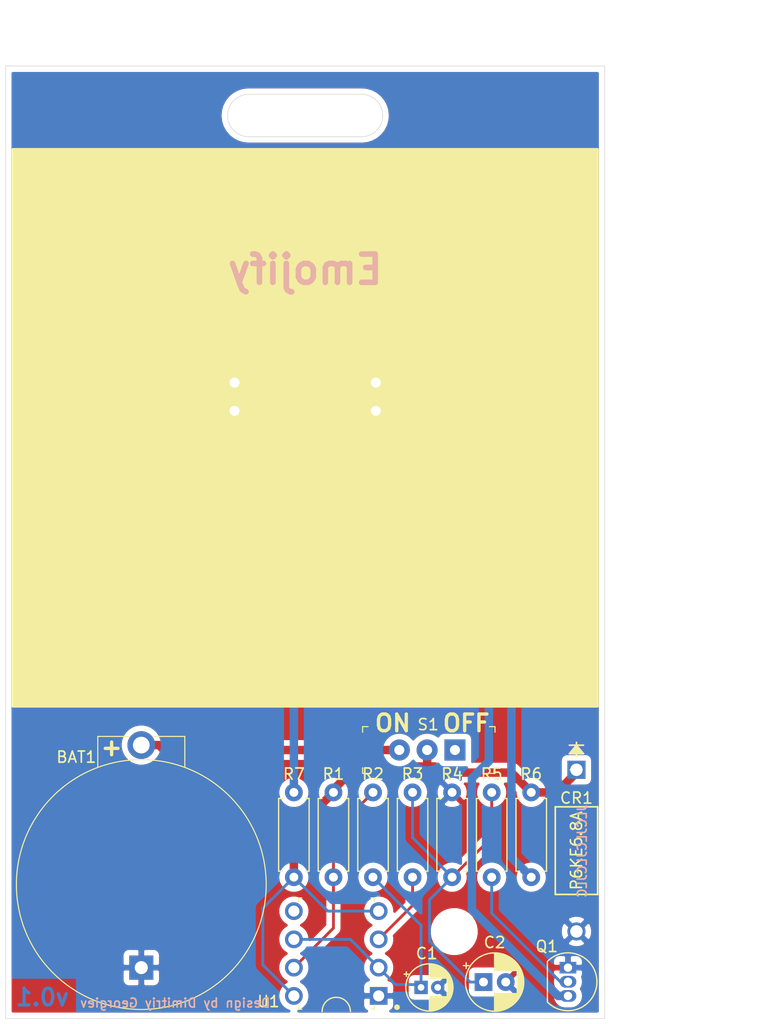
<source format=kicad_pcb>
(kicad_pcb (version 20171130) (host pcbnew "(5.1.8)-1")

  (general
    (thickness 1.6)
    (drawings 21)
    (tracks 68)
    (zones 0)
    (modules 17)
    (nets 14)
  )

  (page A4)
  (title_block
    (title "Emoji Badge")
    (date 2020-11-11)
    (rev v01)
    (company "Hanze UAS")
    (comment 3 "Credits: Shawn Hymel")
    (comment 4 "Author: Dimitriy Georgiev")
  )

  (layers
    (0 F.Cu signal)
    (31 B.Cu signal)
    (32 B.Adhes user hide)
    (33 F.Adhes user hide)
    (34 B.Paste user hide)
    (35 F.Paste user hide)
    (36 B.SilkS user)
    (37 F.SilkS user)
    (38 B.Mask user)
    (39 F.Mask user)
    (40 Dwgs.User user)
    (41 Cmts.User user hide)
    (42 Eco1.User user hide)
    (43 Eco2.User user hide)
    (44 Edge.Cuts user)
    (45 Margin user)
    (46 B.CrtYd user hide)
    (47 F.CrtYd user hide)
    (48 B.Fab user hide)
    (49 F.Fab user hide)
  )

  (setup
    (last_trace_width 0.254)
    (user_trace_width 0.762)
    (trace_clearance 0.20066)
    (zone_clearance 0.508)
    (zone_45_only no)
    (trace_min 0.254)
    (via_size 0.8128)
    (via_drill 0.4)
    (via_min_size 0.4)
    (via_min_drill 0.3)
    (uvia_size 0.3)
    (uvia_drill 0.1)
    (uvias_allowed no)
    (uvia_min_size 0.2)
    (uvia_min_drill 0.1)
    (edge_width 0.05)
    (segment_width 0.2)
    (pcb_text_width 0.3)
    (pcb_text_size 1.5 1.5)
    (mod_edge_width 0.12)
    (mod_text_size 1 1)
    (mod_text_width 0.15)
    (pad_size 1.524 1.524)
    (pad_drill 0.762)
    (pad_to_mask_clearance 0)
    (aux_axis_origin 0 0)
    (visible_elements 7FFFFFFF)
    (pcbplotparams
      (layerselection 0x010f0_ffffffff)
      (usegerberextensions false)
      (usegerberattributes true)
      (usegerberadvancedattributes true)
      (creategerberjobfile true)
      (excludeedgelayer true)
      (linewidth 0.100000)
      (plotframeref false)
      (viasonmask false)
      (mode 1)
      (useauxorigin false)
      (hpglpennumber 1)
      (hpglpenspeed 20)
      (hpglpendiameter 15.000000)
      (psnegative false)
      (psa4output false)
      (plotreference true)
      (plotvalue false)
      (plotinvisibletext false)
      (padsonsilk false)
      (subtractmaskfromsilk false)
      (outputformat 1)
      (mirror false)
      (drillshape 0)
      (scaleselection 1)
      (outputdirectory "gerbers/"))
  )

  (net 0 "")
  (net 1 GND)
  (net 2 "Net-(BAT1-PadPos)")
  (net 3 "Net-(C1-Pad1)")
  (net 4 "Net-(C2-Pad1)")
  (net 5 VCC)
  (net 6 "Net-(D1-Pad2)")
  (net 7 "Net-(D1-Pad1)")
  (net 8 "Net-(D2-Pad2)")
  (net 9 "Net-(Q1-Pad2)")
  (net 10 DISCH)
  (net 11 "Net-(R3-Pad2)")
  (net 12 "Net-(S1-Pad1)")
  (net 13 "Net-(U1-Pad5)")

  (net_class Default "This is the default net class."
    (clearance 0.20066)
    (trace_width 0.254)
    (via_dia 0.8128)
    (via_drill 0.4)
    (uvia_dia 0.3)
    (uvia_drill 0.1)
    (diff_pair_width 0.254)
    (diff_pair_gap 0.254)
    (add_net DISCH)
    (add_net GND)
    (add_net "Net-(C1-Pad1)")
    (add_net "Net-(C2-Pad1)")
    (add_net "Net-(D1-Pad1)")
    (add_net "Net-(D1-Pad2)")
    (add_net "Net-(D2-Pad2)")
    (add_net "Net-(Q1-Pad2)")
    (add_net "Net-(R3-Pad2)")
    (add_net "Net-(S1-Pad1)")
    (add_net "Net-(U1-Pad5)")
  )

  (net_class Power ""
    (clearance 0.254)
    (trace_width 0.762)
    (via_dia 0.8128)
    (via_drill 0.4)
    (uvia_dia 0.3)
    (uvia_drill 0.1)
    (diff_pair_width 0.254)
    (diff_pair_gap 0.25)
    (add_net "Net-(BAT1-PadPos)")
    (add_net VCC)
  )

  (module MountingHole:MountingHole_3.2mm_M3_DIN965 (layer F.Cu) (tedit 56D1B4CB) (tstamp 5FADB498)
    (at 167.3225 119.1895)
    (descr "Mounting Hole 3.2mm, no annular, M3, DIN965")
    (tags "mounting hole 3.2mm no annular m3 din965")
    (attr virtual)
    (fp_text reference REF** (at 0.508 -2.794) (layer F.SilkS) hide
      (effects (font (size 1 1) (thickness 0.15)))
    )
    (fp_text value MountingHole_3.2mm_M3_DIN965 (at 0 3.8) (layer F.Fab)
      (effects (font (size 1 1) (thickness 0.15)))
    )
    (fp_circle (center 0 0) (end 3.05 0) (layer F.CrtYd) (width 0.05))
    (fp_circle (center 0 0) (end 2.8 0) (layer Cmts.User) (width 0.15))
    (fp_text user %R (at 0.3 0) (layer F.Fab)
      (effects (font (size 1 1) (thickness 0.15)))
    )
    (pad 1 np_thru_hole circle (at 0 0) (size 3.2 3.2) (drill 3.2) (layers *.Cu *.Mask))
  )

  (module LED_THT:LED_D3.0mm (layer F.Cu) (tedit 587A3A7B) (tstamp 5FABF410)
    (at 147.574 72.39 90)
    (descr "LED, diameter 3.0mm, 2 pins")
    (tags "LED diameter 3.0mm 2 pins")
    (path /5FAE573C)
    (fp_text reference D2 (at 1.27 -2.96 90) (layer F.SilkS)
      (effects (font (size 1 1) (thickness 0.15)))
    )
    (fp_text value LED (at 1.27 2.96 90) (layer F.Fab)
      (effects (font (size 1 1) (thickness 0.15)))
    )
    (fp_line (start 3.7 -2.25) (end -1.15 -2.25) (layer F.CrtYd) (width 0.05))
    (fp_line (start 3.7 2.25) (end 3.7 -2.25) (layer F.CrtYd) (width 0.05))
    (fp_line (start -1.15 2.25) (end 3.7 2.25) (layer F.CrtYd) (width 0.05))
    (fp_line (start -1.15 -2.25) (end -1.15 2.25) (layer F.CrtYd) (width 0.05))
    (fp_line (start -0.29 1.08) (end -0.29 1.236) (layer F.SilkS) (width 0.12))
    (fp_line (start -0.29 -1.236) (end -0.29 -1.08) (layer F.SilkS) (width 0.12))
    (fp_line (start -0.23 -1.16619) (end -0.23 1.16619) (layer F.Fab) (width 0.1))
    (fp_circle (center 1.27 0) (end 2.77 0) (layer F.Fab) (width 0.1))
    (fp_arc (start 1.27 0) (end 0.229039 1.08) (angle -87.9) (layer F.SilkS) (width 0.12))
    (fp_arc (start 1.27 0) (end 0.229039 -1.08) (angle 87.9) (layer F.SilkS) (width 0.12))
    (fp_arc (start 1.27 0) (end -0.29 1.235516) (angle -108.8) (layer F.SilkS) (width 0.12))
    (fp_arc (start 1.27 0) (end -0.29 -1.235516) (angle 108.8) (layer F.SilkS) (width 0.12))
    (fp_arc (start 1.27 0) (end -0.23 -1.16619) (angle 284.3) (layer F.Fab) (width 0.1))
    (pad 2 thru_hole circle (at 2.54 0 90) (size 1.8 1.8) (drill 0.9) (layers *.Cu *.Mask)
      (net 8 "Net-(D2-Pad2)"))
    (pad 1 thru_hole rect (at 0 0 90) (size 1.8 1.8) (drill 0.9) (layers *.Cu *.Mask)
      (net 7 "Net-(D1-Pad1)"))
    (model ${KISYS3DMOD}/LED_THT.3dshapes/LED_D3.0mm.wrl
      (at (xyz 0 0 0))
      (scale (xyz 1 1 1))
      (rotate (xyz 0 0 0))
    )
  )

  (module LED_THT:LED_D3.0mm (layer F.Cu) (tedit 587A3A7B) (tstamp 5FABF3FE)
    (at 160.274 72.39 90)
    (descr "LED, diameter 3.0mm, 2 pins")
    (tags "LED diameter 3.0mm 2 pins")
    (path /5FAE490C)
    (fp_text reference D1 (at 1.27 -2.96 90) (layer F.SilkS)
      (effects (font (size 1 1) (thickness 0.15)))
    )
    (fp_text value LED (at 1.27 2.96 90) (layer F.Fab)
      (effects (font (size 1 1) (thickness 0.15)))
    )
    (fp_line (start 3.7 -2.25) (end -1.15 -2.25) (layer F.CrtYd) (width 0.05))
    (fp_line (start 3.7 2.25) (end 3.7 -2.25) (layer F.CrtYd) (width 0.05))
    (fp_line (start -1.15 2.25) (end 3.7 2.25) (layer F.CrtYd) (width 0.05))
    (fp_line (start -1.15 -2.25) (end -1.15 2.25) (layer F.CrtYd) (width 0.05))
    (fp_line (start -0.29 1.08) (end -0.29 1.236) (layer F.SilkS) (width 0.12))
    (fp_line (start -0.29 -1.236) (end -0.29 -1.08) (layer F.SilkS) (width 0.12))
    (fp_line (start -0.23 -1.16619) (end -0.23 1.16619) (layer F.Fab) (width 0.1))
    (fp_circle (center 1.27 0) (end 2.77 0) (layer F.Fab) (width 0.1))
    (fp_arc (start 1.27 0) (end 0.229039 1.08) (angle -87.9) (layer F.SilkS) (width 0.12))
    (fp_arc (start 1.27 0) (end 0.229039 -1.08) (angle 87.9) (layer F.SilkS) (width 0.12))
    (fp_arc (start 1.27 0) (end -0.29 1.235516) (angle -108.8) (layer F.SilkS) (width 0.12))
    (fp_arc (start 1.27 0) (end -0.29 -1.235516) (angle 108.8) (layer F.SilkS) (width 0.12))
    (fp_arc (start 1.27 0) (end -0.23 -1.16619) (angle 284.3) (layer F.Fab) (width 0.1))
    (pad 2 thru_hole circle (at 2.54 0 90) (size 1.8 1.8) (drill 0.9) (layers *.Cu *.Mask)
      (net 6 "Net-(D1-Pad2)"))
    (pad 1 thru_hole rect (at 0 0 90) (size 1.8 1.8) (drill 0.9) (layers *.Cu *.Mask)
      (net 7 "Net-(D1-Pad1)"))
    (model ${KISYS3DMOD}/LED_THT.3dshapes/LED_D3.0mm.wrl
      (at (xyz 0 0 0))
      (scale (xyz 1 1 1))
      (rotate (xyz 0 0 0))
    )
  )

  (module digikey-footprints:Battery_Holder_Coin_2032_BS-7 (layer F.Cu) (tedit 5ACD0859) (tstamp 5FABF2C5)
    (at 139.192 122.428 90)
    (descr http://www.memoryprotectiondevices.com/datasheets/BS-7-datasheet.pdf)
    (path /5FAB5890)
    (fp_text reference BAT1 (at 18.923 -5.842 180) (layer F.SilkS)
      (effects (font (size 1 1) (thickness 0.15)))
    )
    (fp_text value BS-7 (at 7.62 1.778 90) (layer F.Fab)
      (effects (font (size 1 1) (thickness 0.15)))
    )
    (fp_circle (center 7.4676 0) (end -3.7084 0) (layer F.Fab) (width 0.1))
    (fp_circle (center 7.4676 0) (end -3.7592 0) (layer F.SilkS) (width 0.1))
    (fp_line (start 17.9832 -3.81) (end 20.6756 -3.81) (layer F.Fab) (width 0.1))
    (fp_line (start 17.9832 3.81) (end 20.6756 3.81) (layer F.Fab) (width 0.1))
    (fp_line (start 20.6756 -3.81) (end 20.6756 3.81) (layer F.Fab) (width 0.1))
    (fp_line (start 18.034 -3.9116) (end 20.7772 -3.9116) (layer F.SilkS) (width 0.1))
    (fp_line (start 18.034 3.9116) (end 20.7772 3.9116) (layer F.SilkS) (width 0.1))
    (fp_line (start 20.7772 -3.9116) (end 20.7772 -1.0668) (layer F.SilkS) (width 0.1))
    (fp_line (start 20.7772 3.9116) (end 20.7772 1.0668) (layer F.SilkS) (width 0.1))
    (fp_line (start -3.9624 -11.43) (end -3.9624 11.43) (layer F.CrtYd) (width 0.05))
    (fp_line (start 21.5138 -11.43) (end 21.5138 11.43) (layer F.CrtYd) (width 0.05))
    (fp_line (start -3.9624 -11.43) (end 21.5138 -11.43) (layer F.CrtYd) (width 0.05))
    (fp_line (start -3.9624 11.43) (end 21.5138 11.43) (layer F.CrtYd) (width 0.05))
    (fp_text user %R (at 7.4676 0 90) (layer F.Fab)
      (effects (font (size 1 1) (thickness 0.15)))
    )
    (pad Pos thru_hole circle (at 20 0 90) (size 2.5 2.5) (drill 1.5) (layers *.Cu *.Mask)
      (net 2 "Net-(BAT1-PadPos)"))
    (pad Neg thru_hole rect (at 0 0 90) (size 2.17 2.17) (drill 1.17) (layers *.Cu *.Mask)
      (net 1 GND))
  )

  (module Capacitor_THT:CP_Radial_D4.0mm_P1.50mm (layer F.Cu) (tedit 5AE50EF0) (tstamp 5FABF330)
    (at 164.338 124.206)
    (descr "CP, Radial series, Radial, pin pitch=1.50mm, , diameter=4mm, Electrolytic Capacitor")
    (tags "CP Radial series Radial pin pitch 1.50mm  diameter 4mm Electrolytic Capacitor")
    (path /5FAD5BAA)
    (fp_text reference C1 (at 0.508 -3.048) (layer F.SilkS)
      (effects (font (size 1 1) (thickness 0.15)))
    )
    (fp_text value 10uF (at 0.75 3.25) (layer F.Fab)
      (effects (font (size 1 1) (thickness 0.15)))
    )
    (fp_line (start -1.319801 -1.395) (end -1.319801 -0.995) (layer F.SilkS) (width 0.12))
    (fp_line (start -1.519801 -1.195) (end -1.119801 -1.195) (layer F.SilkS) (width 0.12))
    (fp_line (start 2.831 -0.37) (end 2.831 0.37) (layer F.SilkS) (width 0.12))
    (fp_line (start 2.791 -0.537) (end 2.791 0.537) (layer F.SilkS) (width 0.12))
    (fp_line (start 2.751 -0.664) (end 2.751 0.664) (layer F.SilkS) (width 0.12))
    (fp_line (start 2.711 -0.768) (end 2.711 0.768) (layer F.SilkS) (width 0.12))
    (fp_line (start 2.671 -0.859) (end 2.671 0.859) (layer F.SilkS) (width 0.12))
    (fp_line (start 2.631 -0.94) (end 2.631 0.94) (layer F.SilkS) (width 0.12))
    (fp_line (start 2.591 -1.013) (end 2.591 1.013) (layer F.SilkS) (width 0.12))
    (fp_line (start 2.551 -1.08) (end 2.551 1.08) (layer F.SilkS) (width 0.12))
    (fp_line (start 2.511 -1.142) (end 2.511 1.142) (layer F.SilkS) (width 0.12))
    (fp_line (start 2.471 -1.2) (end 2.471 1.2) (layer F.SilkS) (width 0.12))
    (fp_line (start 2.431 -1.254) (end 2.431 1.254) (layer F.SilkS) (width 0.12))
    (fp_line (start 2.391 -1.304) (end 2.391 1.304) (layer F.SilkS) (width 0.12))
    (fp_line (start 2.351 -1.351) (end 2.351 1.351) (layer F.SilkS) (width 0.12))
    (fp_line (start 2.311 0.84) (end 2.311 1.396) (layer F.SilkS) (width 0.12))
    (fp_line (start 2.311 -1.396) (end 2.311 -0.84) (layer F.SilkS) (width 0.12))
    (fp_line (start 2.271 0.84) (end 2.271 1.438) (layer F.SilkS) (width 0.12))
    (fp_line (start 2.271 -1.438) (end 2.271 -0.84) (layer F.SilkS) (width 0.12))
    (fp_line (start 2.231 0.84) (end 2.231 1.478) (layer F.SilkS) (width 0.12))
    (fp_line (start 2.231 -1.478) (end 2.231 -0.84) (layer F.SilkS) (width 0.12))
    (fp_line (start 2.191 0.84) (end 2.191 1.516) (layer F.SilkS) (width 0.12))
    (fp_line (start 2.191 -1.516) (end 2.191 -0.84) (layer F.SilkS) (width 0.12))
    (fp_line (start 2.151 0.84) (end 2.151 1.552) (layer F.SilkS) (width 0.12))
    (fp_line (start 2.151 -1.552) (end 2.151 -0.84) (layer F.SilkS) (width 0.12))
    (fp_line (start 2.111 0.84) (end 2.111 1.587) (layer F.SilkS) (width 0.12))
    (fp_line (start 2.111 -1.587) (end 2.111 -0.84) (layer F.SilkS) (width 0.12))
    (fp_line (start 2.071 0.84) (end 2.071 1.619) (layer F.SilkS) (width 0.12))
    (fp_line (start 2.071 -1.619) (end 2.071 -0.84) (layer F.SilkS) (width 0.12))
    (fp_line (start 2.031 0.84) (end 2.031 1.65) (layer F.SilkS) (width 0.12))
    (fp_line (start 2.031 -1.65) (end 2.031 -0.84) (layer F.SilkS) (width 0.12))
    (fp_line (start 1.991 0.84) (end 1.991 1.68) (layer F.SilkS) (width 0.12))
    (fp_line (start 1.991 -1.68) (end 1.991 -0.84) (layer F.SilkS) (width 0.12))
    (fp_line (start 1.951 0.84) (end 1.951 1.708) (layer F.SilkS) (width 0.12))
    (fp_line (start 1.951 -1.708) (end 1.951 -0.84) (layer F.SilkS) (width 0.12))
    (fp_line (start 1.911 0.84) (end 1.911 1.735) (layer F.SilkS) (width 0.12))
    (fp_line (start 1.911 -1.735) (end 1.911 -0.84) (layer F.SilkS) (width 0.12))
    (fp_line (start 1.871 0.84) (end 1.871 1.76) (layer F.SilkS) (width 0.12))
    (fp_line (start 1.871 -1.76) (end 1.871 -0.84) (layer F.SilkS) (width 0.12))
    (fp_line (start 1.831 0.84) (end 1.831 1.785) (layer F.SilkS) (width 0.12))
    (fp_line (start 1.831 -1.785) (end 1.831 -0.84) (layer F.SilkS) (width 0.12))
    (fp_line (start 1.791 0.84) (end 1.791 1.808) (layer F.SilkS) (width 0.12))
    (fp_line (start 1.791 -1.808) (end 1.791 -0.84) (layer F.SilkS) (width 0.12))
    (fp_line (start 1.751 0.84) (end 1.751 1.83) (layer F.SilkS) (width 0.12))
    (fp_line (start 1.751 -1.83) (end 1.751 -0.84) (layer F.SilkS) (width 0.12))
    (fp_line (start 1.711 0.84) (end 1.711 1.851) (layer F.SilkS) (width 0.12))
    (fp_line (start 1.711 -1.851) (end 1.711 -0.84) (layer F.SilkS) (width 0.12))
    (fp_line (start 1.671 0.84) (end 1.671 1.87) (layer F.SilkS) (width 0.12))
    (fp_line (start 1.671 -1.87) (end 1.671 -0.84) (layer F.SilkS) (width 0.12))
    (fp_line (start 1.631 0.84) (end 1.631 1.889) (layer F.SilkS) (width 0.12))
    (fp_line (start 1.631 -1.889) (end 1.631 -0.84) (layer F.SilkS) (width 0.12))
    (fp_line (start 1.591 0.84) (end 1.591 1.907) (layer F.SilkS) (width 0.12))
    (fp_line (start 1.591 -1.907) (end 1.591 -0.84) (layer F.SilkS) (width 0.12))
    (fp_line (start 1.551 0.84) (end 1.551 1.924) (layer F.SilkS) (width 0.12))
    (fp_line (start 1.551 -1.924) (end 1.551 -0.84) (layer F.SilkS) (width 0.12))
    (fp_line (start 1.511 0.84) (end 1.511 1.94) (layer F.SilkS) (width 0.12))
    (fp_line (start 1.511 -1.94) (end 1.511 -0.84) (layer F.SilkS) (width 0.12))
    (fp_line (start 1.471 0.84) (end 1.471 1.954) (layer F.SilkS) (width 0.12))
    (fp_line (start 1.471 -1.954) (end 1.471 -0.84) (layer F.SilkS) (width 0.12))
    (fp_line (start 1.43 0.84) (end 1.43 1.968) (layer F.SilkS) (width 0.12))
    (fp_line (start 1.43 -1.968) (end 1.43 -0.84) (layer F.SilkS) (width 0.12))
    (fp_line (start 1.39 0.84) (end 1.39 1.982) (layer F.SilkS) (width 0.12))
    (fp_line (start 1.39 -1.982) (end 1.39 -0.84) (layer F.SilkS) (width 0.12))
    (fp_line (start 1.35 0.84) (end 1.35 1.994) (layer F.SilkS) (width 0.12))
    (fp_line (start 1.35 -1.994) (end 1.35 -0.84) (layer F.SilkS) (width 0.12))
    (fp_line (start 1.31 0.84) (end 1.31 2.005) (layer F.SilkS) (width 0.12))
    (fp_line (start 1.31 -2.005) (end 1.31 -0.84) (layer F.SilkS) (width 0.12))
    (fp_line (start 1.27 0.84) (end 1.27 2.016) (layer F.SilkS) (width 0.12))
    (fp_line (start 1.27 -2.016) (end 1.27 -0.84) (layer F.SilkS) (width 0.12))
    (fp_line (start 1.23 0.84) (end 1.23 2.025) (layer F.SilkS) (width 0.12))
    (fp_line (start 1.23 -2.025) (end 1.23 -0.84) (layer F.SilkS) (width 0.12))
    (fp_line (start 1.19 0.84) (end 1.19 2.034) (layer F.SilkS) (width 0.12))
    (fp_line (start 1.19 -2.034) (end 1.19 -0.84) (layer F.SilkS) (width 0.12))
    (fp_line (start 1.15 0.84) (end 1.15 2.042) (layer F.SilkS) (width 0.12))
    (fp_line (start 1.15 -2.042) (end 1.15 -0.84) (layer F.SilkS) (width 0.12))
    (fp_line (start 1.11 0.84) (end 1.11 2.05) (layer F.SilkS) (width 0.12))
    (fp_line (start 1.11 -2.05) (end 1.11 -0.84) (layer F.SilkS) (width 0.12))
    (fp_line (start 1.07 0.84) (end 1.07 2.056) (layer F.SilkS) (width 0.12))
    (fp_line (start 1.07 -2.056) (end 1.07 -0.84) (layer F.SilkS) (width 0.12))
    (fp_line (start 1.03 0.84) (end 1.03 2.062) (layer F.SilkS) (width 0.12))
    (fp_line (start 1.03 -2.062) (end 1.03 -0.84) (layer F.SilkS) (width 0.12))
    (fp_line (start 0.99 0.84) (end 0.99 2.067) (layer F.SilkS) (width 0.12))
    (fp_line (start 0.99 -2.067) (end 0.99 -0.84) (layer F.SilkS) (width 0.12))
    (fp_line (start 0.95 0.84) (end 0.95 2.071) (layer F.SilkS) (width 0.12))
    (fp_line (start 0.95 -2.071) (end 0.95 -0.84) (layer F.SilkS) (width 0.12))
    (fp_line (start 0.91 0.84) (end 0.91 2.074) (layer F.SilkS) (width 0.12))
    (fp_line (start 0.91 -2.074) (end 0.91 -0.84) (layer F.SilkS) (width 0.12))
    (fp_line (start 0.87 0.84) (end 0.87 2.077) (layer F.SilkS) (width 0.12))
    (fp_line (start 0.87 -2.077) (end 0.87 -0.84) (layer F.SilkS) (width 0.12))
    (fp_line (start 0.83 -2.079) (end 0.83 -0.84) (layer F.SilkS) (width 0.12))
    (fp_line (start 0.83 0.84) (end 0.83 2.079) (layer F.SilkS) (width 0.12))
    (fp_line (start 0.79 -2.08) (end 0.79 -0.84) (layer F.SilkS) (width 0.12))
    (fp_line (start 0.79 0.84) (end 0.79 2.08) (layer F.SilkS) (width 0.12))
    (fp_line (start 0.75 -2.08) (end 0.75 -0.84) (layer F.SilkS) (width 0.12))
    (fp_line (start 0.75 0.84) (end 0.75 2.08) (layer F.SilkS) (width 0.12))
    (fp_line (start -0.752554 -1.0675) (end -0.752554 -0.6675) (layer F.Fab) (width 0.1))
    (fp_line (start -0.952554 -0.8675) (end -0.552554 -0.8675) (layer F.Fab) (width 0.1))
    (fp_circle (center 0.75 0) (end 3 0) (layer F.CrtYd) (width 0.05))
    (fp_circle (center 0.75 0) (end 2.87 0) (layer F.SilkS) (width 0.12))
    (fp_circle (center 0.75 0) (end 2.75 0) (layer F.Fab) (width 0.1))
    (fp_text user %R (at 0.75 0) (layer F.Fab)
      (effects (font (size 0.8 0.8) (thickness 0.12)))
    )
    (pad 2 thru_hole circle (at 1.5 0) (size 1.2 1.2) (drill 0.6) (layers *.Cu *.Mask)
      (net 1 GND))
    (pad 1 thru_hole rect (at 0 0) (size 1.2 1.2) (drill 0.6) (layers *.Cu *.Mask)
      (net 3 "Net-(C1-Pad1)"))
    (model ${KISYS3DMOD}/Capacitor_THT.3dshapes/CP_Radial_D4.0mm_P1.50mm.wrl
      (at (xyz 0 0 0))
      (scale (xyz 1 1 1))
      (rotate (xyz 0 0 0))
    )
  )

  (module Capacitor_THT:CP_Radial_D5.0mm_P2.00mm (layer F.Cu) (tedit 5AE50EF0) (tstamp 5FABF3B3)
    (at 169.9514 123.7234)
    (descr "CP, Radial series, Radial, pin pitch=2.00mm, , diameter=5mm, Electrolytic Capacitor")
    (tags "CP Radial series Radial pin pitch 2.00mm  diameter 5mm Electrolytic Capacitor")
    (path /5FAD61BD)
    (fp_text reference C2 (at 1 -3.556) (layer F.SilkS)
      (effects (font (size 1 1) (thickness 0.15)))
    )
    (fp_text value 100uF (at 1 3.75) (layer F.Fab)
      (effects (font (size 1 1) (thickness 0.15)))
    )
    (fp_circle (center 1 0) (end 3.5 0) (layer F.Fab) (width 0.1))
    (fp_circle (center 1 0) (end 3.62 0) (layer F.SilkS) (width 0.12))
    (fp_circle (center 1 0) (end 3.75 0) (layer F.CrtYd) (width 0.05))
    (fp_line (start -1.133605 -1.0875) (end -0.633605 -1.0875) (layer F.Fab) (width 0.1))
    (fp_line (start -0.883605 -1.3375) (end -0.883605 -0.8375) (layer F.Fab) (width 0.1))
    (fp_line (start 1 1.04) (end 1 2.58) (layer F.SilkS) (width 0.12))
    (fp_line (start 1 -2.58) (end 1 -1.04) (layer F.SilkS) (width 0.12))
    (fp_line (start 1.04 1.04) (end 1.04 2.58) (layer F.SilkS) (width 0.12))
    (fp_line (start 1.04 -2.58) (end 1.04 -1.04) (layer F.SilkS) (width 0.12))
    (fp_line (start 1.08 -2.579) (end 1.08 -1.04) (layer F.SilkS) (width 0.12))
    (fp_line (start 1.08 1.04) (end 1.08 2.579) (layer F.SilkS) (width 0.12))
    (fp_line (start 1.12 -2.578) (end 1.12 -1.04) (layer F.SilkS) (width 0.12))
    (fp_line (start 1.12 1.04) (end 1.12 2.578) (layer F.SilkS) (width 0.12))
    (fp_line (start 1.16 -2.576) (end 1.16 -1.04) (layer F.SilkS) (width 0.12))
    (fp_line (start 1.16 1.04) (end 1.16 2.576) (layer F.SilkS) (width 0.12))
    (fp_line (start 1.2 -2.573) (end 1.2 -1.04) (layer F.SilkS) (width 0.12))
    (fp_line (start 1.2 1.04) (end 1.2 2.573) (layer F.SilkS) (width 0.12))
    (fp_line (start 1.24 -2.569) (end 1.24 -1.04) (layer F.SilkS) (width 0.12))
    (fp_line (start 1.24 1.04) (end 1.24 2.569) (layer F.SilkS) (width 0.12))
    (fp_line (start 1.28 -2.565) (end 1.28 -1.04) (layer F.SilkS) (width 0.12))
    (fp_line (start 1.28 1.04) (end 1.28 2.565) (layer F.SilkS) (width 0.12))
    (fp_line (start 1.32 -2.561) (end 1.32 -1.04) (layer F.SilkS) (width 0.12))
    (fp_line (start 1.32 1.04) (end 1.32 2.561) (layer F.SilkS) (width 0.12))
    (fp_line (start 1.36 -2.556) (end 1.36 -1.04) (layer F.SilkS) (width 0.12))
    (fp_line (start 1.36 1.04) (end 1.36 2.556) (layer F.SilkS) (width 0.12))
    (fp_line (start 1.4 -2.55) (end 1.4 -1.04) (layer F.SilkS) (width 0.12))
    (fp_line (start 1.4 1.04) (end 1.4 2.55) (layer F.SilkS) (width 0.12))
    (fp_line (start 1.44 -2.543) (end 1.44 -1.04) (layer F.SilkS) (width 0.12))
    (fp_line (start 1.44 1.04) (end 1.44 2.543) (layer F.SilkS) (width 0.12))
    (fp_line (start 1.48 -2.536) (end 1.48 -1.04) (layer F.SilkS) (width 0.12))
    (fp_line (start 1.48 1.04) (end 1.48 2.536) (layer F.SilkS) (width 0.12))
    (fp_line (start 1.52 -2.528) (end 1.52 -1.04) (layer F.SilkS) (width 0.12))
    (fp_line (start 1.52 1.04) (end 1.52 2.528) (layer F.SilkS) (width 0.12))
    (fp_line (start 1.56 -2.52) (end 1.56 -1.04) (layer F.SilkS) (width 0.12))
    (fp_line (start 1.56 1.04) (end 1.56 2.52) (layer F.SilkS) (width 0.12))
    (fp_line (start 1.6 -2.511) (end 1.6 -1.04) (layer F.SilkS) (width 0.12))
    (fp_line (start 1.6 1.04) (end 1.6 2.511) (layer F.SilkS) (width 0.12))
    (fp_line (start 1.64 -2.501) (end 1.64 -1.04) (layer F.SilkS) (width 0.12))
    (fp_line (start 1.64 1.04) (end 1.64 2.501) (layer F.SilkS) (width 0.12))
    (fp_line (start 1.68 -2.491) (end 1.68 -1.04) (layer F.SilkS) (width 0.12))
    (fp_line (start 1.68 1.04) (end 1.68 2.491) (layer F.SilkS) (width 0.12))
    (fp_line (start 1.721 -2.48) (end 1.721 -1.04) (layer F.SilkS) (width 0.12))
    (fp_line (start 1.721 1.04) (end 1.721 2.48) (layer F.SilkS) (width 0.12))
    (fp_line (start 1.761 -2.468) (end 1.761 -1.04) (layer F.SilkS) (width 0.12))
    (fp_line (start 1.761 1.04) (end 1.761 2.468) (layer F.SilkS) (width 0.12))
    (fp_line (start 1.801 -2.455) (end 1.801 -1.04) (layer F.SilkS) (width 0.12))
    (fp_line (start 1.801 1.04) (end 1.801 2.455) (layer F.SilkS) (width 0.12))
    (fp_line (start 1.841 -2.442) (end 1.841 -1.04) (layer F.SilkS) (width 0.12))
    (fp_line (start 1.841 1.04) (end 1.841 2.442) (layer F.SilkS) (width 0.12))
    (fp_line (start 1.881 -2.428) (end 1.881 -1.04) (layer F.SilkS) (width 0.12))
    (fp_line (start 1.881 1.04) (end 1.881 2.428) (layer F.SilkS) (width 0.12))
    (fp_line (start 1.921 -2.414) (end 1.921 -1.04) (layer F.SilkS) (width 0.12))
    (fp_line (start 1.921 1.04) (end 1.921 2.414) (layer F.SilkS) (width 0.12))
    (fp_line (start 1.961 -2.398) (end 1.961 -1.04) (layer F.SilkS) (width 0.12))
    (fp_line (start 1.961 1.04) (end 1.961 2.398) (layer F.SilkS) (width 0.12))
    (fp_line (start 2.001 -2.382) (end 2.001 -1.04) (layer F.SilkS) (width 0.12))
    (fp_line (start 2.001 1.04) (end 2.001 2.382) (layer F.SilkS) (width 0.12))
    (fp_line (start 2.041 -2.365) (end 2.041 -1.04) (layer F.SilkS) (width 0.12))
    (fp_line (start 2.041 1.04) (end 2.041 2.365) (layer F.SilkS) (width 0.12))
    (fp_line (start 2.081 -2.348) (end 2.081 -1.04) (layer F.SilkS) (width 0.12))
    (fp_line (start 2.081 1.04) (end 2.081 2.348) (layer F.SilkS) (width 0.12))
    (fp_line (start 2.121 -2.329) (end 2.121 -1.04) (layer F.SilkS) (width 0.12))
    (fp_line (start 2.121 1.04) (end 2.121 2.329) (layer F.SilkS) (width 0.12))
    (fp_line (start 2.161 -2.31) (end 2.161 -1.04) (layer F.SilkS) (width 0.12))
    (fp_line (start 2.161 1.04) (end 2.161 2.31) (layer F.SilkS) (width 0.12))
    (fp_line (start 2.201 -2.29) (end 2.201 -1.04) (layer F.SilkS) (width 0.12))
    (fp_line (start 2.201 1.04) (end 2.201 2.29) (layer F.SilkS) (width 0.12))
    (fp_line (start 2.241 -2.268) (end 2.241 -1.04) (layer F.SilkS) (width 0.12))
    (fp_line (start 2.241 1.04) (end 2.241 2.268) (layer F.SilkS) (width 0.12))
    (fp_line (start 2.281 -2.247) (end 2.281 -1.04) (layer F.SilkS) (width 0.12))
    (fp_line (start 2.281 1.04) (end 2.281 2.247) (layer F.SilkS) (width 0.12))
    (fp_line (start 2.321 -2.224) (end 2.321 -1.04) (layer F.SilkS) (width 0.12))
    (fp_line (start 2.321 1.04) (end 2.321 2.224) (layer F.SilkS) (width 0.12))
    (fp_line (start 2.361 -2.2) (end 2.361 -1.04) (layer F.SilkS) (width 0.12))
    (fp_line (start 2.361 1.04) (end 2.361 2.2) (layer F.SilkS) (width 0.12))
    (fp_line (start 2.401 -2.175) (end 2.401 -1.04) (layer F.SilkS) (width 0.12))
    (fp_line (start 2.401 1.04) (end 2.401 2.175) (layer F.SilkS) (width 0.12))
    (fp_line (start 2.441 -2.149) (end 2.441 -1.04) (layer F.SilkS) (width 0.12))
    (fp_line (start 2.441 1.04) (end 2.441 2.149) (layer F.SilkS) (width 0.12))
    (fp_line (start 2.481 -2.122) (end 2.481 -1.04) (layer F.SilkS) (width 0.12))
    (fp_line (start 2.481 1.04) (end 2.481 2.122) (layer F.SilkS) (width 0.12))
    (fp_line (start 2.521 -2.095) (end 2.521 -1.04) (layer F.SilkS) (width 0.12))
    (fp_line (start 2.521 1.04) (end 2.521 2.095) (layer F.SilkS) (width 0.12))
    (fp_line (start 2.561 -2.065) (end 2.561 -1.04) (layer F.SilkS) (width 0.12))
    (fp_line (start 2.561 1.04) (end 2.561 2.065) (layer F.SilkS) (width 0.12))
    (fp_line (start 2.601 -2.035) (end 2.601 -1.04) (layer F.SilkS) (width 0.12))
    (fp_line (start 2.601 1.04) (end 2.601 2.035) (layer F.SilkS) (width 0.12))
    (fp_line (start 2.641 -2.004) (end 2.641 -1.04) (layer F.SilkS) (width 0.12))
    (fp_line (start 2.641 1.04) (end 2.641 2.004) (layer F.SilkS) (width 0.12))
    (fp_line (start 2.681 -1.971) (end 2.681 -1.04) (layer F.SilkS) (width 0.12))
    (fp_line (start 2.681 1.04) (end 2.681 1.971) (layer F.SilkS) (width 0.12))
    (fp_line (start 2.721 -1.937) (end 2.721 -1.04) (layer F.SilkS) (width 0.12))
    (fp_line (start 2.721 1.04) (end 2.721 1.937) (layer F.SilkS) (width 0.12))
    (fp_line (start 2.761 -1.901) (end 2.761 -1.04) (layer F.SilkS) (width 0.12))
    (fp_line (start 2.761 1.04) (end 2.761 1.901) (layer F.SilkS) (width 0.12))
    (fp_line (start 2.801 -1.864) (end 2.801 -1.04) (layer F.SilkS) (width 0.12))
    (fp_line (start 2.801 1.04) (end 2.801 1.864) (layer F.SilkS) (width 0.12))
    (fp_line (start 2.841 -1.826) (end 2.841 -1.04) (layer F.SilkS) (width 0.12))
    (fp_line (start 2.841 1.04) (end 2.841 1.826) (layer F.SilkS) (width 0.12))
    (fp_line (start 2.881 -1.785) (end 2.881 -1.04) (layer F.SilkS) (width 0.12))
    (fp_line (start 2.881 1.04) (end 2.881 1.785) (layer F.SilkS) (width 0.12))
    (fp_line (start 2.921 -1.743) (end 2.921 -1.04) (layer F.SilkS) (width 0.12))
    (fp_line (start 2.921 1.04) (end 2.921 1.743) (layer F.SilkS) (width 0.12))
    (fp_line (start 2.961 -1.699) (end 2.961 -1.04) (layer F.SilkS) (width 0.12))
    (fp_line (start 2.961 1.04) (end 2.961 1.699) (layer F.SilkS) (width 0.12))
    (fp_line (start 3.001 -1.653) (end 3.001 -1.04) (layer F.SilkS) (width 0.12))
    (fp_line (start 3.001 1.04) (end 3.001 1.653) (layer F.SilkS) (width 0.12))
    (fp_line (start 3.041 -1.605) (end 3.041 1.605) (layer F.SilkS) (width 0.12))
    (fp_line (start 3.081 -1.554) (end 3.081 1.554) (layer F.SilkS) (width 0.12))
    (fp_line (start 3.121 -1.5) (end 3.121 1.5) (layer F.SilkS) (width 0.12))
    (fp_line (start 3.161 -1.443) (end 3.161 1.443) (layer F.SilkS) (width 0.12))
    (fp_line (start 3.201 -1.383) (end 3.201 1.383) (layer F.SilkS) (width 0.12))
    (fp_line (start 3.241 -1.319) (end 3.241 1.319) (layer F.SilkS) (width 0.12))
    (fp_line (start 3.281 -1.251) (end 3.281 1.251) (layer F.SilkS) (width 0.12))
    (fp_line (start 3.321 -1.178) (end 3.321 1.178) (layer F.SilkS) (width 0.12))
    (fp_line (start 3.361 -1.098) (end 3.361 1.098) (layer F.SilkS) (width 0.12))
    (fp_line (start 3.401 -1.011) (end 3.401 1.011) (layer F.SilkS) (width 0.12))
    (fp_line (start 3.441 -0.915) (end 3.441 0.915) (layer F.SilkS) (width 0.12))
    (fp_line (start 3.481 -0.805) (end 3.481 0.805) (layer F.SilkS) (width 0.12))
    (fp_line (start 3.521 -0.677) (end 3.521 0.677) (layer F.SilkS) (width 0.12))
    (fp_line (start 3.561 -0.518) (end 3.561 0.518) (layer F.SilkS) (width 0.12))
    (fp_line (start 3.601 -0.284) (end 3.601 0.284) (layer F.SilkS) (width 0.12))
    (fp_line (start -1.804775 -1.475) (end -1.304775 -1.475) (layer F.SilkS) (width 0.12))
    (fp_line (start -1.554775 -1.725) (end -1.554775 -1.225) (layer F.SilkS) (width 0.12))
    (fp_text user %R (at 1 0) (layer F.Fab)
      (effects (font (size 1 1) (thickness 0.15)))
    )
    (pad 1 thru_hole rect (at 0 0) (size 1.6 1.6) (drill 0.8) (layers *.Cu *.Mask)
      (net 4 "Net-(C2-Pad1)"))
    (pad 2 thru_hole circle (at 2 0) (size 1.6 1.6) (drill 0.8) (layers *.Cu *.Mask)
      (net 1 GND))
    (model ${KISYS3DMOD}/Capacitor_THT.3dshapes/CP_Radial_D5.0mm_P2.00mm.wrl
      (at (xyz 0 0 0))
      (scale (xyz 1 1 1))
      (rotate (xyz 0 0 0))
    )
  )

  (module P6KE6.8A:P6KE6.8A (layer F.Cu) (tedit 0) (tstamp 5FABF3EC)
    (at 178.308 104.648 270)
    (path /5FAB75FC)
    (fp_text reference CR1 (at 2.54 0 180) (layer F.SilkS)
      (effects (font (size 1 1) (thickness 0.15)))
    )
    (fp_text value P6KE6.8A (at 7.2644 0 90) (layer F.SilkS)
      (effects (font (size 1 1) (thickness 0.15)))
    )
    (fp_line (start -1.1938 0) (end -2.4638 0) (layer F.Fab) (width 0.1524))
    (fp_line (start -2.2098 -0.635) (end -2.2098 0.635) (layer F.Fab) (width 0.1524))
    (fp_line (start -2.2098 0) (end -1.4478 -0.635) (layer F.Fab) (width 0.1524))
    (fp_line (start -2.2098 0) (end -1.4478 -0.508) (layer F.Fab) (width 0.1524))
    (fp_line (start -2.2098 0) (end -1.4478 -0.381) (layer F.Fab) (width 0.1524))
    (fp_line (start -2.2098 0) (end -1.4478 -0.254) (layer F.Fab) (width 0.1524))
    (fp_line (start -2.2098 0) (end -1.4478 -0.127) (layer F.Fab) (width 0.1524))
    (fp_line (start -2.2098 0) (end -1.4478 0.635) (layer F.Fab) (width 0.1524))
    (fp_line (start -2.2098 0) (end -1.4478 0.508) (layer F.Fab) (width 0.1524))
    (fp_line (start -2.2098 0) (end -1.4478 0.381) (layer F.Fab) (width 0.1524))
    (fp_line (start -2.2098 0) (end -1.4478 0.254) (layer F.Fab) (width 0.1524))
    (fp_line (start -2.2098 0) (end -1.4478 0.127) (layer F.Fab) (width 0.1524))
    (fp_line (start -1.4478 -0.635) (end -1.4478 0.635) (layer F.Fab) (width 0.1524))
    (fp_line (start -1.1938 0) (end -2.4638 0) (layer F.SilkS) (width 0.1524))
    (fp_line (start -2.2098 -0.635) (end -2.2098 0.635) (layer F.SilkS) (width 0.1524))
    (fp_line (start -2.2098 0) (end -1.4478 -0.635) (layer F.SilkS) (width 0.1524))
    (fp_line (start -2.2098 0) (end -1.4478 -0.508) (layer F.SilkS) (width 0.1524))
    (fp_line (start -2.2098 0) (end -1.4478 -0.381) (layer F.SilkS) (width 0.1524))
    (fp_line (start -2.2098 0) (end -1.4478 -0.254) (layer F.SilkS) (width 0.1524))
    (fp_line (start -2.2098 0) (end -1.4478 -0.127) (layer F.SilkS) (width 0.1524))
    (fp_line (start -2.2098 0) (end -1.4478 0.635) (layer F.SilkS) (width 0.1524))
    (fp_line (start -2.2098 0) (end -1.4478 0.508) (layer F.SilkS) (width 0.1524))
    (fp_line (start -2.2098 0) (end -1.4478 0.381) (layer F.SilkS) (width 0.1524))
    (fp_line (start -2.2098 0) (end -1.4478 0.254) (layer F.SilkS) (width 0.1524))
    (fp_line (start -2.2098 0) (end -1.4478 0.127) (layer F.SilkS) (width 0.1524))
    (fp_line (start -1.4478 -0.635) (end -1.4478 0.635) (layer F.SilkS) (width 0.1524))
    (fp_line (start 0 0) (end 3.4544 0) (layer F.Fab) (width 0.1524))
    (fp_line (start 14.5288 0) (end 11.0744 0) (layer F.Fab) (width 0.1524))
    (fp_line (start 3.3274 1.905) (end 11.2014 1.905) (layer F.SilkS) (width 0.1524))
    (fp_line (start 11.2014 1.905) (end 11.2014 -1.905) (layer F.SilkS) (width 0.1524))
    (fp_line (start 11.2014 -1.905) (end 3.3274 -1.905) (layer F.SilkS) (width 0.1524))
    (fp_line (start 3.3274 -1.905) (end 3.3274 1.905) (layer F.SilkS) (width 0.1524))
    (fp_line (start 3.4544 1.778) (end 11.0744 1.778) (layer F.Fab) (width 0.1524))
    (fp_line (start 11.0744 1.778) (end 11.0744 -1.778) (layer F.Fab) (width 0.1524))
    (fp_line (start 11.0744 -1.778) (end 3.4544 -1.778) (layer F.Fab) (width 0.1524))
    (fp_line (start 3.4544 -1.778) (end 3.4544 1.778) (layer F.Fab) (width 0.1524))
    (fp_line (start -1.0668 1.0668) (end -1.0668 -1.0668) (layer F.CrtYd) (width 0.1524))
    (fp_line (start -1.0668 -1.0668) (end 3.2004 -1.0668) (layer F.CrtYd) (width 0.1524))
    (fp_line (start 3.2004 -1.0668) (end 3.2004 -2.032) (layer F.CrtYd) (width 0.1524))
    (fp_line (start 3.2004 -2.032) (end 11.3284 -2.032) (layer F.CrtYd) (width 0.1524))
    (fp_line (start 11.3284 -2.032) (end 11.3284 -1.0668) (layer F.CrtYd) (width 0.1524))
    (fp_line (start 11.3284 -1.0668) (end 15.5956 -1.0668) (layer F.CrtYd) (width 0.1524))
    (fp_line (start 15.5956 -1.0668) (end 15.5956 1.0668) (layer F.CrtYd) (width 0.1524))
    (fp_line (start 15.5956 1.0668) (end 11.3284 1.0668) (layer F.CrtYd) (width 0.1524))
    (fp_line (start 11.3284 1.0668) (end 11.3284 2.032) (layer F.CrtYd) (width 0.1524))
    (fp_line (start 11.3284 2.032) (end 3.2004 2.032) (layer F.CrtYd) (width 0.1524))
    (fp_line (start 3.2004 2.032) (end 3.2004 1.0668) (layer F.CrtYd) (width 0.1524))
    (fp_line (start 3.2004 1.0668) (end -1.0668 1.0668) (layer F.CrtYd) (width 0.1524))
    (fp_text user * (at 0 0 90) (layer F.SilkS)
      (effects (font (size 1 1) (thickness 0.15)))
    )
    (fp_text user * (at 0 0 90) (layer F.Fab)
      (effects (font (size 1 1) (thickness 0.15)))
    )
    (pad 1 thru_hole rect (at 0 0 270) (size 1.6256 1.6256) (drill 1.1176) (layers *.Cu *.Mask)
      (net 5 VCC))
    (pad 2 thru_hole circle (at 14.5288 0 270) (size 1.6256 1.6256) (drill 1.1176) (layers *.Cu *.Mask)
      (net 1 GND))
  )

  (module Package_TO_SOT_THT:TO-92_Inline (layer F.Cu) (tedit 5A1DD157) (tstamp 5FABF422)
    (at 177.546 122.428 270)
    (descr "TO-92 leads in-line, narrow, oval pads, drill 0.75mm (see NXP sot054_po.pdf)")
    (tags "to-92 sc-43 sc-43a sot54 PA33 transistor")
    (path /5FAD8A0B)
    (fp_text reference Q1 (at -1.905 1.905 180) (layer F.SilkS)
      (effects (font (size 1 1) (thickness 0.15)))
    )
    (fp_text value 2N3904 (at -2.54 2.794 90) (layer F.Fab)
      (effects (font (size 1 1) (thickness 0.15)))
    )
    (fp_line (start -0.53 1.85) (end 3.07 1.85) (layer F.SilkS) (width 0.12))
    (fp_line (start -0.5 1.75) (end 3 1.75) (layer F.Fab) (width 0.1))
    (fp_line (start -1.46 -2.73) (end 4 -2.73) (layer F.CrtYd) (width 0.05))
    (fp_line (start -1.46 -2.73) (end -1.46 2.01) (layer F.CrtYd) (width 0.05))
    (fp_line (start 4 2.01) (end 4 -2.73) (layer F.CrtYd) (width 0.05))
    (fp_line (start 4 2.01) (end -1.46 2.01) (layer F.CrtYd) (width 0.05))
    (fp_text user %R (at 1.27 0 90) (layer F.Fab)
      (effects (font (size 1 1) (thickness 0.15)))
    )
    (fp_arc (start 1.27 0) (end 1.27 -2.48) (angle 135) (layer F.Fab) (width 0.1))
    (fp_arc (start 1.27 0) (end 1.27 -2.6) (angle -135) (layer F.SilkS) (width 0.12))
    (fp_arc (start 1.27 0) (end 1.27 -2.48) (angle -135) (layer F.Fab) (width 0.1))
    (fp_arc (start 1.27 0) (end 1.27 -2.6) (angle 135) (layer F.SilkS) (width 0.12))
    (pad 2 thru_hole oval (at 1.27 0 270) (size 1.05 1.5) (drill 0.75) (layers *.Cu *.Mask)
      (net 9 "Net-(Q1-Pad2)"))
    (pad 3 thru_hole oval (at 2.54 0 270) (size 1.05 1.5) (drill 0.75) (layers *.Cu *.Mask)
      (net 7 "Net-(D1-Pad1)"))
    (pad 1 thru_hole rect (at 0 0 270) (size 1.05 1.5) (drill 0.75) (layers *.Cu *.Mask)
      (net 1 GND))
    (model ${KISYS3DMOD}/Package_TO_SOT_THT.3dshapes/TO-92_Inline.wrl
      (at (xyz 0 0 0))
      (scale (xyz 1 1 1))
      (rotate (xyz 0 0 0))
    )
  )

  (module Resistor_THT:R_Axial_DIN0207_L6.3mm_D2.5mm_P7.62mm_Horizontal (layer F.Cu) (tedit 5AE5139B) (tstamp 5FABF439)
    (at 156.464 106.68 270)
    (descr "Resistor, Axial_DIN0207 series, Axial, Horizontal, pin pitch=7.62mm, 0.25W = 1/4W, length*diameter=6.3*2.5mm^2, http://cdn-reichelt.de/documents/datenblatt/B400/1_4W%23YAG.pdf")
    (tags "Resistor Axial_DIN0207 series Axial Horizontal pin pitch 7.62mm 0.25W = 1/4W length 6.3mm diameter 2.5mm")
    (path /5FAD2C70)
    (fp_text reference R1 (at -1.651 0 180) (layer F.SilkS)
      (effects (font (size 1 1) (thickness 0.15)))
    )
    (fp_text value 22k (at 3.81 -0.508 90) (layer F.Fab)
      (effects (font (size 1 1) (thickness 0.15)))
    )
    (fp_line (start 0.66 -1.25) (end 0.66 1.25) (layer F.Fab) (width 0.1))
    (fp_line (start 0.66 1.25) (end 6.96 1.25) (layer F.Fab) (width 0.1))
    (fp_line (start 6.96 1.25) (end 6.96 -1.25) (layer F.Fab) (width 0.1))
    (fp_line (start 6.96 -1.25) (end 0.66 -1.25) (layer F.Fab) (width 0.1))
    (fp_line (start 0 0) (end 0.66 0) (layer F.Fab) (width 0.1))
    (fp_line (start 7.62 0) (end 6.96 0) (layer F.Fab) (width 0.1))
    (fp_line (start 0.54 -1.04) (end 0.54 -1.37) (layer F.SilkS) (width 0.12))
    (fp_line (start 0.54 -1.37) (end 7.08 -1.37) (layer F.SilkS) (width 0.12))
    (fp_line (start 7.08 -1.37) (end 7.08 -1.04) (layer F.SilkS) (width 0.12))
    (fp_line (start 0.54 1.04) (end 0.54 1.37) (layer F.SilkS) (width 0.12))
    (fp_line (start 0.54 1.37) (end 7.08 1.37) (layer F.SilkS) (width 0.12))
    (fp_line (start 7.08 1.37) (end 7.08 1.04) (layer F.SilkS) (width 0.12))
    (fp_line (start -1.05 -1.5) (end -1.05 1.5) (layer F.CrtYd) (width 0.05))
    (fp_line (start -1.05 1.5) (end 8.67 1.5) (layer F.CrtYd) (width 0.05))
    (fp_line (start 8.67 1.5) (end 8.67 -1.5) (layer F.CrtYd) (width 0.05))
    (fp_line (start 8.67 -1.5) (end -1.05 -1.5) (layer F.CrtYd) (width 0.05))
    (fp_text user %R (at 3.81 0.762 90) (layer F.Fab)
      (effects (font (size 1 1) (thickness 0.15)))
    )
    (pad 1 thru_hole circle (at 0 0 270) (size 1.6 1.6) (drill 0.8) (layers *.Cu *.Mask)
      (net 5 VCC))
    (pad 2 thru_hole oval (at 7.62 0 270) (size 1.6 1.6) (drill 0.8) (layers *.Cu *.Mask)
      (net 10 DISCH))
    (model ${KISYS3DMOD}/Resistor_THT.3dshapes/R_Axial_DIN0207_L6.3mm_D2.5mm_P7.62mm_Horizontal.wrl
      (at (xyz 0 0 0))
      (scale (xyz 1 1 1))
      (rotate (xyz 0 0 0))
    )
  )

  (module Resistor_THT:R_Axial_DIN0207_L6.3mm_D2.5mm_P7.62mm_Horizontal (layer F.Cu) (tedit 5AE5139B) (tstamp 5FABF450)
    (at 160.02 106.68 270)
    (descr "Resistor, Axial_DIN0207 series, Axial, Horizontal, pin pitch=7.62mm, 0.25W = 1/4W, length*diameter=6.3*2.5mm^2, http://cdn-reichelt.de/documents/datenblatt/B400/1_4W%23YAG.pdf")
    (tags "Resistor Axial_DIN0207 series Axial Horizontal pin pitch 7.62mm 0.25W = 1/4W length 6.3mm diameter 2.5mm")
    (path /5FAD5077)
    (fp_text reference R2 (at -1.651 0 180) (layer F.SilkS)
      (effects (font (size 1 1) (thickness 0.15)))
    )
    (fp_text value 330k (at 3.81 -0.762 90) (layer F.Fab)
      (effects (font (size 1 1) (thickness 0.15)))
    )
    (fp_line (start 8.67 -1.5) (end -1.05 -1.5) (layer F.CrtYd) (width 0.05))
    (fp_line (start 8.67 1.5) (end 8.67 -1.5) (layer F.CrtYd) (width 0.05))
    (fp_line (start -1.05 1.5) (end 8.67 1.5) (layer F.CrtYd) (width 0.05))
    (fp_line (start -1.05 -1.5) (end -1.05 1.5) (layer F.CrtYd) (width 0.05))
    (fp_line (start 7.08 1.37) (end 7.08 1.04) (layer F.SilkS) (width 0.12))
    (fp_line (start 0.54 1.37) (end 7.08 1.37) (layer F.SilkS) (width 0.12))
    (fp_line (start 0.54 1.04) (end 0.54 1.37) (layer F.SilkS) (width 0.12))
    (fp_line (start 7.08 -1.37) (end 7.08 -1.04) (layer F.SilkS) (width 0.12))
    (fp_line (start 0.54 -1.37) (end 7.08 -1.37) (layer F.SilkS) (width 0.12))
    (fp_line (start 0.54 -1.04) (end 0.54 -1.37) (layer F.SilkS) (width 0.12))
    (fp_line (start 7.62 0) (end 6.96 0) (layer F.Fab) (width 0.1))
    (fp_line (start 0 0) (end 0.66 0) (layer F.Fab) (width 0.1))
    (fp_line (start 6.96 -1.25) (end 0.66 -1.25) (layer F.Fab) (width 0.1))
    (fp_line (start 6.96 1.25) (end 6.96 -1.25) (layer F.Fab) (width 0.1))
    (fp_line (start 0.66 1.25) (end 6.96 1.25) (layer F.Fab) (width 0.1))
    (fp_line (start 0.66 -1.25) (end 0.66 1.25) (layer F.Fab) (width 0.1))
    (fp_text user %R (at 3.81 0.762 90) (layer F.Fab)
      (effects (font (size 1 1) (thickness 0.15)))
    )
    (pad 2 thru_hole oval (at 7.62 0 270) (size 1.6 1.6) (drill 0.8) (layers *.Cu *.Mask)
      (net 3 "Net-(C1-Pad1)"))
    (pad 1 thru_hole circle (at 0 0 270) (size 1.6 1.6) (drill 0.8) (layers *.Cu *.Mask)
      (net 10 DISCH))
    (model ${KISYS3DMOD}/Resistor_THT.3dshapes/R_Axial_DIN0207_L6.3mm_D2.5mm_P7.62mm_Horizontal.wrl
      (at (xyz 0 0 0))
      (scale (xyz 1 1 1))
      (rotate (xyz 0 0 0))
    )
  )

  (module Resistor_THT:R_Axial_DIN0207_L6.3mm_D2.5mm_P7.62mm_Horizontal (layer F.Cu) (tedit 5AE5139B) (tstamp 5FABF467)
    (at 163.576 106.68 270)
    (descr "Resistor, Axial_DIN0207 series, Axial, Horizontal, pin pitch=7.62mm, 0.25W = 1/4W, length*diameter=6.3*2.5mm^2, http://cdn-reichelt.de/documents/datenblatt/B400/1_4W%23YAG.pdf")
    (tags "Resistor Axial_DIN0207 series Axial Horizontal pin pitch 7.62mm 0.25W = 1/4W length 6.3mm diameter 2.5mm")
    (path /5FAD6A41)
    (fp_text reference R3 (at -1.651 0 180) (layer F.SilkS)
      (effects (font (size 1 1) (thickness 0.15)))
    )
    (fp_text value 22k (at 3.81 -0.762 90) (layer F.Fab)
      (effects (font (size 1 1) (thickness 0.15)))
    )
    (fp_line (start 0.66 -1.25) (end 0.66 1.25) (layer F.Fab) (width 0.1))
    (fp_line (start 0.66 1.25) (end 6.96 1.25) (layer F.Fab) (width 0.1))
    (fp_line (start 6.96 1.25) (end 6.96 -1.25) (layer F.Fab) (width 0.1))
    (fp_line (start 6.96 -1.25) (end 0.66 -1.25) (layer F.Fab) (width 0.1))
    (fp_line (start 0 0) (end 0.66 0) (layer F.Fab) (width 0.1))
    (fp_line (start 7.62 0) (end 6.96 0) (layer F.Fab) (width 0.1))
    (fp_line (start 0.54 -1.04) (end 0.54 -1.37) (layer F.SilkS) (width 0.12))
    (fp_line (start 0.54 -1.37) (end 7.08 -1.37) (layer F.SilkS) (width 0.12))
    (fp_line (start 7.08 -1.37) (end 7.08 -1.04) (layer F.SilkS) (width 0.12))
    (fp_line (start 0.54 1.04) (end 0.54 1.37) (layer F.SilkS) (width 0.12))
    (fp_line (start 0.54 1.37) (end 7.08 1.37) (layer F.SilkS) (width 0.12))
    (fp_line (start 7.08 1.37) (end 7.08 1.04) (layer F.SilkS) (width 0.12))
    (fp_line (start -1.05 -1.5) (end -1.05 1.5) (layer F.CrtYd) (width 0.05))
    (fp_line (start -1.05 1.5) (end 8.67 1.5) (layer F.CrtYd) (width 0.05))
    (fp_line (start 8.67 1.5) (end 8.67 -1.5) (layer F.CrtYd) (width 0.05))
    (fp_line (start 8.67 -1.5) (end -1.05 -1.5) (layer F.CrtYd) (width 0.05))
    (fp_text user %R (at 3.81 0.508 90) (layer F.Fab)
      (effects (font (size 1 1) (thickness 0.15)))
    )
    (pad 1 thru_hole circle (at 0 0 270) (size 1.6 1.6) (drill 0.8) (layers *.Cu *.Mask)
      (net 4 "Net-(C2-Pad1)"))
    (pad 2 thru_hole oval (at 7.62 0 270) (size 1.6 1.6) (drill 0.8) (layers *.Cu *.Mask)
      (net 11 "Net-(R3-Pad2)"))
    (model ${KISYS3DMOD}/Resistor_THT.3dshapes/R_Axial_DIN0207_L6.3mm_D2.5mm_P7.62mm_Horizontal.wrl
      (at (xyz 0 0 0))
      (scale (xyz 1 1 1))
      (rotate (xyz 0 0 0))
    )
  )

  (module Resistor_THT:R_Axial_DIN0207_L6.3mm_D2.5mm_P7.62mm_Horizontal (layer F.Cu) (tedit 5AE5139B) (tstamp 5FABF47E)
    (at 167.132 106.68 270)
    (descr "Resistor, Axial_DIN0207 series, Axial, Horizontal, pin pitch=7.62mm, 0.25W = 1/4W, length*diameter=6.3*2.5mm^2, http://cdn-reichelt.de/documents/datenblatt/B400/1_4W%23YAG.pdf")
    (tags "Resistor Axial_DIN0207 series Axial Horizontal pin pitch 7.62mm 0.25W = 1/4W length 6.3mm diameter 2.5mm")
    (path /5FAD74FE)
    (fp_text reference R4 (at -1.651 0 180) (layer F.SilkS)
      (effects (font (size 1 1) (thickness 0.15)))
    )
    (fp_text value 100k (at 3.81 -0.762 90) (layer F.Fab)
      (effects (font (size 1 1) (thickness 0.15)))
    )
    (fp_line (start 0.66 -1.25) (end 0.66 1.25) (layer F.Fab) (width 0.1))
    (fp_line (start 0.66 1.25) (end 6.96 1.25) (layer F.Fab) (width 0.1))
    (fp_line (start 6.96 1.25) (end 6.96 -1.25) (layer F.Fab) (width 0.1))
    (fp_line (start 6.96 -1.25) (end 0.66 -1.25) (layer F.Fab) (width 0.1))
    (fp_line (start 0 0) (end 0.66 0) (layer F.Fab) (width 0.1))
    (fp_line (start 7.62 0) (end 6.96 0) (layer F.Fab) (width 0.1))
    (fp_line (start 0.54 -1.04) (end 0.54 -1.37) (layer F.SilkS) (width 0.12))
    (fp_line (start 0.54 -1.37) (end 7.08 -1.37) (layer F.SilkS) (width 0.12))
    (fp_line (start 7.08 -1.37) (end 7.08 -1.04) (layer F.SilkS) (width 0.12))
    (fp_line (start 0.54 1.04) (end 0.54 1.37) (layer F.SilkS) (width 0.12))
    (fp_line (start 0.54 1.37) (end 7.08 1.37) (layer F.SilkS) (width 0.12))
    (fp_line (start 7.08 1.37) (end 7.08 1.04) (layer F.SilkS) (width 0.12))
    (fp_line (start -1.05 -1.5) (end -1.05 1.5) (layer F.CrtYd) (width 0.05))
    (fp_line (start -1.05 1.5) (end 8.67 1.5) (layer F.CrtYd) (width 0.05))
    (fp_line (start 8.67 1.5) (end 8.67 -1.5) (layer F.CrtYd) (width 0.05))
    (fp_line (start 8.67 -1.5) (end -1.05 -1.5) (layer F.CrtYd) (width 0.05))
    (fp_text user %R (at 3.81 0.508 90) (layer F.Fab)
      (effects (font (size 1 1) (thickness 0.15)))
    )
    (pad 1 thru_hole circle (at 0 0 270) (size 1.6 1.6) (drill 0.8) (layers *.Cu *.Mask)
      (net 1 GND))
    (pad 2 thru_hole oval (at 7.62 0 270) (size 1.6 1.6) (drill 0.8) (layers *.Cu *.Mask)
      (net 4 "Net-(C2-Pad1)"))
    (model ${KISYS3DMOD}/Resistor_THT.3dshapes/R_Axial_DIN0207_L6.3mm_D2.5mm_P7.62mm_Horizontal.wrl
      (at (xyz 0 0 0))
      (scale (xyz 1 1 1))
      (rotate (xyz 0 0 0))
    )
  )

  (module Resistor_THT:R_Axial_DIN0207_L6.3mm_D2.5mm_P7.62mm_Horizontal (layer F.Cu) (tedit 5AE5139B) (tstamp 5FABF495)
    (at 170.688 106.68 270)
    (descr "Resistor, Axial_DIN0207 series, Axial, Horizontal, pin pitch=7.62mm, 0.25W = 1/4W, length*diameter=6.3*2.5mm^2, http://cdn-reichelt.de/documents/datenblatt/B400/1_4W%23YAG.pdf")
    (tags "Resistor Axial_DIN0207 series Axial Horizontal pin pitch 7.62mm 0.25W = 1/4W length 6.3mm diameter 2.5mm")
    (path /5FAD7BE4)
    (fp_text reference R5 (at -1.651 0 180) (layer F.SilkS)
      (effects (font (size 1 1) (thickness 0.15)))
    )
    (fp_text value 10k (at 3.81 -0.762 90) (layer F.Fab)
      (effects (font (size 1 1) (thickness 0.15)))
    )
    (fp_line (start 8.67 -1.5) (end -1.05 -1.5) (layer F.CrtYd) (width 0.05))
    (fp_line (start 8.67 1.5) (end 8.67 -1.5) (layer F.CrtYd) (width 0.05))
    (fp_line (start -1.05 1.5) (end 8.67 1.5) (layer F.CrtYd) (width 0.05))
    (fp_line (start -1.05 -1.5) (end -1.05 1.5) (layer F.CrtYd) (width 0.05))
    (fp_line (start 7.08 1.37) (end 7.08 1.04) (layer F.SilkS) (width 0.12))
    (fp_line (start 0.54 1.37) (end 7.08 1.37) (layer F.SilkS) (width 0.12))
    (fp_line (start 0.54 1.04) (end 0.54 1.37) (layer F.SilkS) (width 0.12))
    (fp_line (start 7.08 -1.37) (end 7.08 -1.04) (layer F.SilkS) (width 0.12))
    (fp_line (start 0.54 -1.37) (end 7.08 -1.37) (layer F.SilkS) (width 0.12))
    (fp_line (start 0.54 -1.04) (end 0.54 -1.37) (layer F.SilkS) (width 0.12))
    (fp_line (start 7.62 0) (end 6.96 0) (layer F.Fab) (width 0.1))
    (fp_line (start 0 0) (end 0.66 0) (layer F.Fab) (width 0.1))
    (fp_line (start 6.96 -1.25) (end 0.66 -1.25) (layer F.Fab) (width 0.1))
    (fp_line (start 6.96 1.25) (end 6.96 -1.25) (layer F.Fab) (width 0.1))
    (fp_line (start 0.66 1.25) (end 6.96 1.25) (layer F.Fab) (width 0.1))
    (fp_line (start 0.66 -1.25) (end 0.66 1.25) (layer F.Fab) (width 0.1))
    (fp_text user %R (at 3.81 0.508 90) (layer F.Fab)
      (effects (font (size 1 1) (thickness 0.15)))
    )
    (pad 2 thru_hole oval (at 7.62 0 270) (size 1.6 1.6) (drill 0.8) (layers *.Cu *.Mask)
      (net 9 "Net-(Q1-Pad2)"))
    (pad 1 thru_hole circle (at 0 0 270) (size 1.6 1.6) (drill 0.8) (layers *.Cu *.Mask)
      (net 4 "Net-(C2-Pad1)"))
    (model ${KISYS3DMOD}/Resistor_THT.3dshapes/R_Axial_DIN0207_L6.3mm_D2.5mm_P7.62mm_Horizontal.wrl
      (at (xyz 0 0 0))
      (scale (xyz 1 1 1))
      (rotate (xyz 0 0 0))
    )
  )

  (module Resistor_THT:R_Axial_DIN0207_L6.3mm_D2.5mm_P7.62mm_Horizontal (layer F.Cu) (tedit 5AE5139B) (tstamp 5FABF4AC)
    (at 174.244 106.68 270)
    (descr "Resistor, Axial_DIN0207 series, Axial, Horizontal, pin pitch=7.62mm, 0.25W = 1/4W, length*diameter=6.3*2.5mm^2, http://cdn-reichelt.de/documents/datenblatt/B400/1_4W%23YAG.pdf")
    (tags "Resistor Axial_DIN0207 series Axial Horizontal pin pitch 7.62mm 0.25W = 1/4W length 6.3mm diameter 2.5mm")
    (path /5FAE70D1)
    (fp_text reference R6 (at -1.651 0 180) (layer F.SilkS)
      (effects (font (size 1 1) (thickness 0.15)))
    )
    (fp_text value 100 (at 3.81 -0.762 90) (layer F.Fab)
      (effects (font (size 1 1) (thickness 0.15)))
    )
    (fp_line (start 0.66 -1.25) (end 0.66 1.25) (layer F.Fab) (width 0.1))
    (fp_line (start 0.66 1.25) (end 6.96 1.25) (layer F.Fab) (width 0.1))
    (fp_line (start 6.96 1.25) (end 6.96 -1.25) (layer F.Fab) (width 0.1))
    (fp_line (start 6.96 -1.25) (end 0.66 -1.25) (layer F.Fab) (width 0.1))
    (fp_line (start 0 0) (end 0.66 0) (layer F.Fab) (width 0.1))
    (fp_line (start 7.62 0) (end 6.96 0) (layer F.Fab) (width 0.1))
    (fp_line (start 0.54 -1.04) (end 0.54 -1.37) (layer F.SilkS) (width 0.12))
    (fp_line (start 0.54 -1.37) (end 7.08 -1.37) (layer F.SilkS) (width 0.12))
    (fp_line (start 7.08 -1.37) (end 7.08 -1.04) (layer F.SilkS) (width 0.12))
    (fp_line (start 0.54 1.04) (end 0.54 1.37) (layer F.SilkS) (width 0.12))
    (fp_line (start 0.54 1.37) (end 7.08 1.37) (layer F.SilkS) (width 0.12))
    (fp_line (start 7.08 1.37) (end 7.08 1.04) (layer F.SilkS) (width 0.12))
    (fp_line (start -1.05 -1.5) (end -1.05 1.5) (layer F.CrtYd) (width 0.05))
    (fp_line (start -1.05 1.5) (end 8.67 1.5) (layer F.CrtYd) (width 0.05))
    (fp_line (start 8.67 1.5) (end 8.67 -1.5) (layer F.CrtYd) (width 0.05))
    (fp_line (start 8.67 -1.5) (end -1.05 -1.5) (layer F.CrtYd) (width 0.05))
    (fp_text user %R (at 3.81 0.508 90) (layer F.Fab)
      (effects (font (size 1 1) (thickness 0.15)))
    )
    (pad 1 thru_hole circle (at 0 0 270) (size 1.6 1.6) (drill 0.8) (layers *.Cu *.Mask)
      (net 5 VCC))
    (pad 2 thru_hole oval (at 7.62 0 270) (size 1.6 1.6) (drill 0.8) (layers *.Cu *.Mask)
      (net 6 "Net-(D1-Pad2)"))
    (model ${KISYS3DMOD}/Resistor_THT.3dshapes/R_Axial_DIN0207_L6.3mm_D2.5mm_P7.62mm_Horizontal.wrl
      (at (xyz 0 0 0))
      (scale (xyz 1 1 1))
      (rotate (xyz 0 0 0))
    )
  )

  (module Resistor_THT:R_Axial_DIN0207_L6.3mm_D2.5mm_P7.62mm_Horizontal (layer F.Cu) (tedit 5AE5139B) (tstamp 5FABF4C3)
    (at 152.908 114.3 90)
    (descr "Resistor, Axial_DIN0207 series, Axial, Horizontal, pin pitch=7.62mm, 0.25W = 1/4W, length*diameter=6.3*2.5mm^2, http://cdn-reichelt.de/documents/datenblatt/B400/1_4W%23YAG.pdf")
    (tags "Resistor Axial_DIN0207 series Axial Horizontal pin pitch 7.62mm 0.25W = 1/4W length 6.3mm diameter 2.5mm")
    (path /5FAE77E8)
    (fp_text reference R7 (at 9.271 0 180) (layer F.SilkS)
      (effects (font (size 1 1) (thickness 0.15)))
    )
    (fp_text value 100 (at 3.81 0.762 90) (layer F.Fab)
      (effects (font (size 1 1) (thickness 0.15)))
    )
    (fp_line (start 8.67 -1.5) (end -1.05 -1.5) (layer F.CrtYd) (width 0.05))
    (fp_line (start 8.67 1.5) (end 8.67 -1.5) (layer F.CrtYd) (width 0.05))
    (fp_line (start -1.05 1.5) (end 8.67 1.5) (layer F.CrtYd) (width 0.05))
    (fp_line (start -1.05 -1.5) (end -1.05 1.5) (layer F.CrtYd) (width 0.05))
    (fp_line (start 7.08 1.37) (end 7.08 1.04) (layer F.SilkS) (width 0.12))
    (fp_line (start 0.54 1.37) (end 7.08 1.37) (layer F.SilkS) (width 0.12))
    (fp_line (start 0.54 1.04) (end 0.54 1.37) (layer F.SilkS) (width 0.12))
    (fp_line (start 7.08 -1.37) (end 7.08 -1.04) (layer F.SilkS) (width 0.12))
    (fp_line (start 0.54 -1.37) (end 7.08 -1.37) (layer F.SilkS) (width 0.12))
    (fp_line (start 0.54 -1.04) (end 0.54 -1.37) (layer F.SilkS) (width 0.12))
    (fp_line (start 7.62 0) (end 6.96 0) (layer F.Fab) (width 0.1))
    (fp_line (start 0 0) (end 0.66 0) (layer F.Fab) (width 0.1))
    (fp_line (start 6.96 -1.25) (end 0.66 -1.25) (layer F.Fab) (width 0.1))
    (fp_line (start 6.96 1.25) (end 6.96 -1.25) (layer F.Fab) (width 0.1))
    (fp_line (start 0.66 1.25) (end 6.96 1.25) (layer F.Fab) (width 0.1))
    (fp_line (start 0.66 -1.25) (end 0.66 1.25) (layer F.Fab) (width 0.1))
    (fp_text user %R (at 3.81 -0.508 90) (layer F.Fab)
      (effects (font (size 1 1) (thickness 0.15)))
    )
    (pad 2 thru_hole oval (at 7.62 0 90) (size 1.6 1.6) (drill 0.8) (layers *.Cu *.Mask)
      (net 8 "Net-(D2-Pad2)"))
    (pad 1 thru_hole circle (at 0 0 90) (size 1.6 1.6) (drill 0.8) (layers *.Cu *.Mask)
      (net 5 VCC))
    (model ${KISYS3DMOD}/Resistor_THT.3dshapes/R_Axial_DIN0207_L6.3mm_D2.5mm_P7.62mm_Horizontal.wrl
      (at (xyz 0 0 0))
      (scale (xyz 1 1 1))
      (rotate (xyz 0 0 0))
    )
  )

  (module digikey-footprints:Switch_Slide_11.6x4mm_EG1218 (layer F.Cu) (tedit 5A1EC915) (tstamp 5FABF4DB)
    (at 167.386 102.87 180)
    (descr http://spec_sheets.e-switch.com/specs/P040040.pdf)
    (path /5FAB3D5C)
    (fp_text reference S1 (at 2.413 2.286) (layer F.SilkS)
      (effects (font (size 1 1) (thickness 0.15)))
    )
    (fp_text value EG1218 (at 2.11 3.14) (layer F.Fab)
      (effects (font (size 1 1) (thickness 0.15)))
    )
    (fp_line (start -3.67 2.25) (end -3.67 -2.25) (layer F.CrtYd) (width 0.05))
    (fp_line (start -3.67 2.25) (end 8.43 2.25) (layer F.CrtYd) (width 0.05))
    (fp_line (start 8.43 2.25) (end 8.43 -2.25) (layer F.CrtYd) (width 0.05))
    (fp_line (start -3.67 -2.25) (end 8.43 -2.25) (layer F.CrtYd) (width 0.05))
    (fp_line (start 8.3 2.1) (end 7.8 2.1) (layer F.SilkS) (width 0.1))
    (fp_line (start 8.3 2.1) (end 8.3 1.6) (layer F.SilkS) (width 0.1))
    (fp_line (start -3.6 2.1) (end -3.1 2.1) (layer F.SilkS) (width 0.1))
    (fp_line (start -3.6 2.1) (end -3.6 1.6) (layer F.SilkS) (width 0.1))
    (fp_line (start -3.6 -2.1) (end -3.1 -2.1) (layer F.SilkS) (width 0.1))
    (fp_line (start -3.6 -2.1) (end -3.6 -1.6) (layer F.SilkS) (width 0.1))
    (fp_line (start 8.3 -2.1) (end 8.3 -1.6) (layer F.SilkS) (width 0.1))
    (fp_line (start 8.3 -2.1) (end 7.8 -2.1) (layer F.SilkS) (width 0.1))
    (fp_line (start -3.42 2) (end 8.18 2) (layer F.Fab) (width 0.1))
    (fp_line (start 8.18 2) (end 8.18 -2) (layer F.Fab) (width 0.1))
    (fp_line (start -3.42 2) (end -3.42 -2) (layer F.Fab) (width 0.1))
    (fp_line (start -3.42 -2) (end 8.18 -2) (layer F.Fab) (width 0.1))
    (fp_text user %R (at 2.5 0) (layer F.Fab)
      (effects (font (size 1 1) (thickness 0.15)))
    )
    (pad 1 thru_hole rect (at 0 0 180) (size 1.9 1.9) (drill 0.9) (layers *.Cu *.Mask)
      (net 12 "Net-(S1-Pad1)"))
    (pad 2 thru_hole circle (at 2.5 0 180) (size 1.9 1.9) (drill 0.9) (layers *.Cu *.Mask)
      (net 5 VCC))
    (pad 3 thru_hole circle (at 5 0 180) (size 1.9 1.9) (drill 0.9) (layers *.Cu *.Mask)
      (net 2 "Net-(BAT1-PadPos)"))
  )

  (module digikey-footprints:DIP-8_W7.62mm (layer F.Cu) (tedit 5B86B3A2) (tstamp 5FABF4F8)
    (at 160.528 124.968 180)
    (descr http://media.digikey.com/pdf/Data%20Sheets/Lite-On%20PDFs/6N137%20Series.pdf)
    (path /5FB07790)
    (fp_text reference U1 (at 9.906 -0.508) (layer F.SilkS)
      (effects (font (size 1 1) (thickness 0.15)))
    )
    (fp_text value ICM7555IPAZ (at 3.94 10.33) (layer F.Fab)
      (effects (font (size 1 1) (thickness 0.15)))
    )
    (fp_line (start -1.05 8.89) (end 8.67 8.89) (layer F.CrtYd) (width 0.1))
    (fp_line (start -1.05 -1.29) (end -1.05 8.89) (layer F.CrtYd) (width 0.1))
    (fp_line (start 8.67 -1.29) (end 8.67 8.89) (layer F.CrtYd) (width 0.1))
    (fp_line (start -1.05 -1.29) (end 8.67 -1.29) (layer F.CrtYd) (width 0.1))
    (fp_line (start 0.4 -0.9) (end 0.4 -1.2) (layer F.SilkS) (width 0.1))
    (fp_line (start 0.4 -1.2) (end 0.7 -1.2) (layer F.SilkS) (width 0.1))
    (fp_line (start 7.2 -0.9) (end 7.2 -1.2) (layer F.SilkS) (width 0.1))
    (fp_line (start 7.2 -1.2) (end 6.9 -1.2) (layer F.SilkS) (width 0.1))
    (fp_line (start 7.2 8.5) (end 7.2 8.8) (layer F.SilkS) (width 0.1))
    (fp_line (start 7.2 8.8) (end 6.9 8.8) (layer F.SilkS) (width 0.1))
    (fp_line (start 0.4 8.5) (end 0.4 8.8) (layer F.SilkS) (width 0.1))
    (fp_line (start 0.4 8.8) (end 0.7 8.8) (layer F.SilkS) (width 0.1))
    (fp_line (start 0.55 8.64) (end 7.05 8.64) (layer F.Fab) (width 0.1))
    (fp_line (start 0.55 -1.04) (end 7.05 -1.04) (layer F.Fab) (width 0.1))
    (fp_line (start 7.05 -1.04) (end 7.05 8.64) (layer F.Fab) (width 0.1))
    (fp_line (start 0.55 -1.04) (end 0.55 8.64) (layer F.Fab) (width 0.1))
    (fp_text user REF** (at 3.94 3.49) (layer F.Fab)
      (effects (font (size 1 1) (thickness 0.1)))
    )
    (pad 1 thru_hole rect (at 0 0 180) (size 1.6 1.6) (drill 1) (layers *.Cu *.Mask)
      (net 1 GND))
    (pad 2 thru_hole circle (at 0 2.54 180) (size 1.6 1.6) (drill 1) (layers *.Cu *.Mask)
      (net 3 "Net-(C1-Pad1)"))
    (pad 3 thru_hole circle (at 0 5.08 180) (size 1.6 1.6) (drill 1) (layers *.Cu *.Mask)
      (net 11 "Net-(R3-Pad2)"))
    (pad 4 thru_hole circle (at 0 7.62 180) (size 1.6 1.6) (drill 1) (layers *.Cu *.Mask)
      (net 5 VCC))
    (pad 5 thru_hole circle (at 7.62 7.62 180) (size 1.6 1.6) (drill 1) (layers *.Cu *.Mask)
      (net 13 "Net-(U1-Pad5)"))
    (pad 6 thru_hole circle (at 7.62 5.08 180) (size 1.6 1.6) (drill 1) (layers *.Cu *.Mask)
      (net 3 "Net-(C1-Pad1)"))
    (pad 7 thru_hole circle (at 7.62 2.54 180) (size 1.6 1.6) (drill 1) (layers *.Cu *.Mask)
      (net 10 DISCH))
    (pad 8 thru_hole circle (at 7.62 0 180) (size 1.6 1.6) (drill 1) (layers *.Cu *.Mask)
      (net 5 VCC))
    (model ${KISYS3DMOD}/Housings_DIP.3dshapes/DIP-8_W7.62mm.wrl
      (at (xyz 0 0 0))
      (scale (xyz 1 1 1))
      (rotate (xyz 0 0 0))
    )
  )

  (gr_text JLCJLCJLCJLC (at 178.816 111.9505 90) (layer B.SilkS)
    (effects (font (size 0.8128 0.8128) (thickness 0.15)) (justify mirror))
  )
  (gr_text "Design by Dimitriy Georgiev" (at 142.24 125.603) (layer B.SilkS)
    (effects (font (size 0.8128 0.8128) (thickness 0.14986)) (justify mirror))
  )
  (gr_circle (center 162.179 125.984) (end 162.306 125.984) (layer F.SilkS) (width 0.254))
  (gr_arc (start 156.718 126.365) (end 157.988 126.365) (angle -180) (layer F.SilkS) (width 0.12))
  (dimension 53.848 (width 0.15) (layer Dwgs.User)
    (gr_text "53.848 mm" (at 153.924 36.165) (layer Dwgs.User)
      (effects (font (size 1 1) (thickness 0.15)))
    )
    (feature1 (pts (xy 180.848 41.402) (xy 180.848 36.878579)))
    (feature2 (pts (xy 127 41.402) (xy 127 36.878579)))
    (crossbar (pts (xy 127 37.465) (xy 180.848 37.465)))
    (arrow1a (pts (xy 180.848 37.465) (xy 179.721496 38.051421)))
    (arrow1b (pts (xy 180.848 37.465) (xy 179.721496 36.878579)))
    (arrow2a (pts (xy 127 37.465) (xy 128.126504 38.051421)))
    (arrow2b (pts (xy 127 37.465) (xy 128.126504 36.878579)))
  )
  (dimension 85.598 (width 0.15) (layer Dwgs.User)
    (gr_text "85.598 mm" (at 194.543916 84.201 270) (layer Dwgs.User)
      (effects (font (size 1 1) (thickness 0.15)))
    )
    (feature1 (pts (xy 180.848 127) (xy 193.830337 127)))
    (feature2 (pts (xy 180.848 41.402) (xy 193.830337 41.402)))
    (crossbar (pts (xy 193.243916 41.402) (xy 193.243916 127)))
    (arrow1a (pts (xy 193.243916 127) (xy 192.657495 125.873496)))
    (arrow1b (pts (xy 193.243916 127) (xy 193.830337 125.873496)))
    (arrow2a (pts (xy 193.243916 41.402) (xy 192.657495 42.528504)))
    (arrow2b (pts (xy 193.243916 41.402) (xy 193.830337 42.528504)))
  )
  (gr_text v0.1 (at 130.302 125.095) (layer B.Cu)
    (effects (font (size 1.5 1.5) (thickness 0.3)) (justify mirror))
  )
  (gr_text Emojify (at 153.924 59.69) (layer B.SilkS)
    (effects (font (size 2.54 2.54) (thickness 0.508)) (justify mirror))
  )
  (gr_text "OFF\n" (at 168.402 100.457) (layer F.SilkS)
    (effects (font (size 1.5 1.5) (thickness 0.3)))
  )
  (gr_text ON (at 161.798 100.457) (layer F.SilkS)
    (effects (font (size 1.5 1.5) (thickness 0.3)))
  )
  (gr_text + (at 136.525 102.616) (layer F.SilkS)
    (effects (font (size 1.5 1.5) (thickness 0.3)) (justify mirror))
  )
  (dimension 18.074 (width 0.15) (layer Dwgs.User)
    (gr_text "0.7116 in" (at 136.037 64.232001) (layer Dwgs.User)
      (effects (font (size 1 1) (thickness 0.15)))
    )
    (feature1 (pts (xy 127 71.12) (xy 127 64.94558)))
    (feature2 (pts (xy 145.074 71.12) (xy 145.074 64.94558)))
    (crossbar (pts (xy 145.074 65.532001) (xy 127 65.532001)))
    (arrow1a (pts (xy 127 65.532001) (xy 128.126504 64.94558)))
    (arrow1b (pts (xy 127 65.532001) (xy 128.126504 66.118422)))
    (arrow2a (pts (xy 145.074 65.532001) (xy 143.947496 64.94558)))
    (arrow2b (pts (xy 145.074 65.532001) (xy 143.947496 66.118422)))
  )
  (dimension 18.074 (width 0.15) (layer Dwgs.User)
    (gr_text "0.7116 in" (at 171.811 64.232) (layer Dwgs.User)
      (effects (font (size 1 1) (thickness 0.15)))
    )
    (feature1 (pts (xy 180.848 71.12) (xy 180.848 64.945579)))
    (feature2 (pts (xy 162.774 71.12) (xy 162.774 64.945579)))
    (crossbar (pts (xy 162.774 65.532) (xy 180.848 65.532)))
    (arrow1a (pts (xy 180.848 65.532) (xy 179.721496 66.118421)))
    (arrow1b (pts (xy 180.848 65.532) (xy 179.721496 64.945579)))
    (arrow2a (pts (xy 162.774 65.532) (xy 163.900504 66.118421)))
    (arrow2b (pts (xy 162.774 65.532) (xy 163.900504 64.945579)))
  )
  (gr_arc (start 148.844 45.847) (end 148.844 43.942) (angle -180) (layer Edge.Cuts) (width 0.0508))
  (gr_arc (start 159.004 45.847) (end 159.004 43.942) (angle 180) (layer Edge.Cuts) (width 0.0508))
  (gr_line (start 148.844 47.752) (end 159.004 47.752) (layer Edge.Cuts) (width 0.0508))
  (gr_line (start 148.844 43.942) (end 159.004 43.942) (layer Edge.Cuts) (width 0.0508))
  (gr_line (start 127 127) (end 127 41.402) (layer Edge.Cuts) (width 0.0508) (tstamp 5FAC1369))
  (gr_line (start 127 41.402) (end 180.848 41.402) (layer Edge.Cuts) (width 0.0508))
  (gr_line (start 180.848 41.402) (end 180.848 127) (layer Edge.Cuts) (width 0.0508))
  (gr_line (start 127 127) (end 180.848 127) (layer Edge.Cuts) (width 0.0508))

  (segment (start 139.192 102.428) (end 140.782 102.428) (width 0.762) (layer F.Cu) (net 2))
  (segment (start 141.224 102.87) (end 162.386 102.87) (width 0.762) (layer F.Cu) (net 2))
  (segment (start 140.782 102.428) (end 141.224 102.87) (width 0.762) (layer F.Cu) (net 2))
  (segment (start 157.988 119.888) (end 160.528 122.428) (width 0.254) (layer B.Cu) (net 3))
  (segment (start 152.908 119.888) (end 157.988 119.888) (width 0.254) (layer B.Cu) (net 3))
  (segment (start 160.528 122.428) (end 162.052 123.952) (width 0.254) (layer B.Cu) (net 3))
  (segment (start 164.084 123.952) (end 164.338 124.206) (width 0.254) (layer B.Cu) (net 3))
  (segment (start 162.052 123.952) (end 164.084 123.952) (width 0.254) (layer B.Cu) (net 3))
  (segment (start 164.338 118.618) (end 164.338 124.206) (width 0.254) (layer B.Cu) (net 3))
  (segment (start 160.02 114.3) (end 164.338 118.618) (width 0.254) (layer B.Cu) (net 3))
  (segment (start 169.926 123.952) (end 169.672 123.952) (width 0.254) (layer B.Cu) (net 4))
  (segment (start 163.576 110.744) (end 167.132 114.3) (width 0.254) (layer B.Cu) (net 4))
  (segment (start 163.576 106.68) (end 163.576 110.744) (width 0.254) (layer B.Cu) (net 4))
  (segment (start 170.688 110.744) (end 167.132 114.3) (width 0.254) (layer F.Cu) (net 4))
  (segment (start 170.688 106.68) (end 170.688 110.744) (width 0.254) (layer F.Cu) (net 4))
  (segment (start 165.1 120.0785) (end 168.7449 123.7234) (width 0.254) (layer B.Cu) (net 4))
  (segment (start 168.7449 123.7234) (end 169.9514 123.7234) (width 0.254) (layer B.Cu) (net 4))
  (segment (start 165.1 116.332) (end 165.1 120.0785) (width 0.254) (layer B.Cu) (net 4))
  (segment (start 167.132 114.3) (end 165.1 116.332) (width 0.254) (layer B.Cu) (net 4))
  (segment (start 164.886 102.87) (end 164.886 104.354) (width 0.762) (layer F.Cu) (net 5))
  (segment (start 163.858118 104.354) (end 163.310118 104.902) (width 0.762) (layer F.Cu) (net 5))
  (segment (start 164.886 104.354) (end 163.858118 104.354) (width 0.762) (layer F.Cu) (net 5))
  (segment (start 157.988 104.902) (end 156.21 106.68) (width 0.762) (layer F.Cu) (net 5))
  (segment (start 163.310118 104.902) (end 157.988 104.902) (width 0.762) (layer F.Cu) (net 5))
  (segment (start 164.886 104.354) (end 165.568 104.354) (width 0.762) (layer F.Cu) (net 5))
  (segment (start 165.568 104.354) (end 166.116 104.902) (width 0.762) (layer F.Cu) (net 5))
  (segment (start 172.466 104.902) (end 174.244 106.68) (width 0.762) (layer F.Cu) (net 5))
  (segment (start 166.116 104.902) (end 172.466 104.902) (width 0.762) (layer F.Cu) (net 5))
  (segment (start 176.53 106.68) (end 178.562 104.648) (width 0.762) (layer F.Cu) (net 5))
  (segment (start 174.244 106.68) (end 176.53 106.68) (width 0.762) (layer F.Cu) (net 5))
  (segment (start 152.908 110.236) (end 156.464 106.68) (width 0.762) (layer F.Cu) (net 5))
  (segment (start 152.908 114.3) (end 152.908 110.236) (width 0.762) (layer F.Cu) (net 5))
  (segment (start 150.114 117.094) (end 152.908 114.3) (width 0.254) (layer B.Cu) (net 5))
  (segment (start 150.114 122.174) (end 150.114 117.094) (width 0.254) (layer B.Cu) (net 5))
  (segment (start 152.908 124.968) (end 150.114 122.174) (width 0.254) (layer B.Cu) (net 5))
  (segment (start 155.956 117.348) (end 152.908 114.3) (width 0.254) (layer B.Cu) (net 5))
  (segment (start 160.528 117.348) (end 155.956 117.348) (width 0.254) (layer B.Cu) (net 5))
  (segment (start 172.466 112.522) (end 174.244 114.3) (width 0.762) (layer B.Cu) (net 6))
  (segment (start 172.466 69.85) (end 172.466 112.522) (width 0.762) (layer B.Cu) (net 6))
  (segment (start 170.18 67.564) (end 172.466 69.85) (width 0.762) (layer B.Cu) (net 6))
  (segment (start 162.56 67.564) (end 170.18 67.564) (width 0.762) (layer B.Cu) (net 6))
  (segment (start 160.274 69.85) (end 162.56 67.564) (width 0.762) (layer B.Cu) (net 6))
  (segment (start 147.574 72.39) (end 160.274 72.39) (width 0.762) (layer B.Cu) (net 7))
  (segment (start 170.434 71.12) (end 168.91 69.596) (width 0.762) (layer B.Cu) (net 7))
  (segment (start 170.434 103.886) (end 170.434 71.12) (width 0.762) (layer B.Cu) (net 7))
  (segment (start 163.068 69.596) (end 160.274 72.39) (width 0.762) (layer B.Cu) (net 7))
  (segment (start 168.91 105.41) (end 170.434 103.886) (width 0.762) (layer B.Cu) (net 7))
  (segment (start 168.91 69.596) (end 163.068 69.596) (width 0.762) (layer B.Cu) (net 7))
  (segment (start 168.91 105.41) (end 168.91 117.221) (width 0.762) (layer B.Cu) (net 7))
  (segment (start 176.657 124.968) (end 177.546 124.968) (width 0.762) (layer B.Cu) (net 7))
  (segment (start 168.91 117.221) (end 176.657 124.968) (width 0.762) (layer B.Cu) (net 7))
  (segment (start 145.288 67.564) (end 147.574 69.85) (width 0.762) (layer B.Cu) (net 8))
  (segment (start 142.24 67.564) (end 145.288 67.564) (width 0.762) (layer B.Cu) (net 8))
  (segment (start 139.954 69.85) (end 142.24 67.564) (width 0.762) (layer B.Cu) (net 8))
  (segment (start 139.954 72.39) (end 139.954 69.85) (width 0.762) (layer B.Cu) (net 8))
  (segment (start 152.908 85.344) (end 139.954 72.39) (width 0.762) (layer B.Cu) (net 8))
  (segment (start 152.908 106.68) (end 152.908 85.344) (width 0.762) (layer B.Cu) (net 8))
  (segment (start 177.8 123.698) (end 177.206398 123.698) (width 0.254) (layer B.Cu) (net 9))
  (segment (start 176.905998 123.698) (end 177.5968 123.698) (width 0.254) (layer B.Cu) (net 9))
  (segment (start 176.855198 123.698) (end 177.546 123.698) (width 0.254) (layer B.Cu) (net 9))
  (segment (start 170.688 117.530802) (end 176.855198 123.698) (width 0.254) (layer B.Cu) (net 9))
  (segment (start 170.688 114.3) (end 170.688 117.530802) (width 0.254) (layer B.Cu) (net 9))
  (segment (start 156.464 118.872) (end 156.464 114.3) (width 0.254) (layer F.Cu) (net 10))
  (segment (start 152.908 122.428) (end 156.464 118.872) (width 0.254) (layer F.Cu) (net 10))
  (segment (start 156.464 110.236) (end 160.02 106.68) (width 0.254) (layer F.Cu) (net 10))
  (segment (start 156.464 114.3) (end 156.464 110.236) (width 0.254) (layer F.Cu) (net 10))
  (segment (start 163.576 116.84) (end 160.528 119.888) (width 0.254) (layer F.Cu) (net 11))
  (segment (start 163.576 114.3) (end 163.576 116.84) (width 0.254) (layer F.Cu) (net 11))

  (zone (net 1) (net_name GND) (layer F.Cu) (tstamp 5FADCFAB) (hatch edge 0.508)
    (connect_pads (clearance 0.508))
    (min_thickness 0.254)
    (fill yes (arc_segments 32) (thermal_gap 0.508) (thermal_bridge_width 0.508))
    (polygon
      (pts
        (xy 181.102 127.254) (xy 126.746 127.254) (xy 126.746 41.148) (xy 181.102 41.148)
      )
    )
    (filled_polygon
      (pts
        (xy 180.187601 126.3396) (xy 161.605672 126.3396) (xy 161.682494 126.298537) (xy 161.779185 126.219185) (xy 161.858537 126.122494)
        (xy 161.917502 126.01218) (xy 161.953812 125.892482) (xy 161.966072 125.768) (xy 161.963 125.25375) (xy 161.80425 125.095)
        (xy 160.655 125.095) (xy 160.655 125.115) (xy 160.401 125.115) (xy 160.401 125.095) (xy 159.25175 125.095)
        (xy 159.093 125.25375) (xy 159.089928 125.768) (xy 159.102188 125.892482) (xy 159.138498 126.01218) (xy 159.197463 126.122494)
        (xy 159.276815 126.219185) (xy 159.373506 126.298537) (xy 159.450328 126.3396) (xy 153.346499 126.3396) (xy 153.587727 126.23968)
        (xy 153.822759 126.082637) (xy 154.022637 125.882759) (xy 154.17968 125.647727) (xy 154.287853 125.386574) (xy 154.343 125.109335)
        (xy 154.343 124.826665) (xy 154.287853 124.549426) (xy 154.17968 124.288273) (xy 154.099317 124.168) (xy 159.089928 124.168)
        (xy 159.093 124.68225) (xy 159.25175 124.841) (xy 160.401 124.841) (xy 160.401 124.821) (xy 160.655 124.821)
        (xy 160.655 124.841) (xy 161.80425 124.841) (xy 161.963 124.68225) (xy 161.966072 124.168) (xy 161.953812 124.043518)
        (xy 161.917502 123.92382) (xy 161.858537 123.813506) (xy 161.779185 123.716815) (xy 161.682494 123.637463) (xy 161.623632 123.606)
        (xy 163.099928 123.606) (xy 163.099928 124.806) (xy 163.112188 124.930482) (xy 163.148498 125.05018) (xy 163.207463 125.160494)
        (xy 163.286815 125.257185) (xy 163.383506 125.336537) (xy 163.49382 125.395502) (xy 163.613518 125.431812) (xy 163.738 125.444072)
        (xy 164.938 125.444072) (xy 165.062482 125.431812) (xy 165.18218 125.395502) (xy 165.292494 125.336537) (xy 165.309681 125.322432)
        (xy 165.436516 125.380237) (xy 165.673313 125.436) (xy 165.916438 125.444495) (xy 166.156549 125.405395) (xy 166.384418 125.320202)
        (xy 166.460852 125.279348) (xy 166.508159 125.055764) (xy 165.838 124.385605) (xy 165.823858 124.399748) (xy 165.644253 124.220143)
        (xy 165.658395 124.206) (xy 166.017605 124.206) (xy 166.687764 124.876159) (xy 166.911348 124.828852) (xy 167.012237 124.607484)
        (xy 167.068 124.370687) (xy 167.076495 124.127562) (xy 167.037395 123.887451) (xy 166.952202 123.659582) (xy 166.911348 123.583148)
        (xy 166.687764 123.535841) (xy 166.017605 124.206) (xy 165.658395 124.206) (xy 165.644253 124.191858) (xy 165.823858 124.012253)
        (xy 165.838 124.026395) (xy 166.508159 123.356236) (xy 166.460852 123.132652) (xy 166.239484 123.031763) (xy 166.002687 122.976)
        (xy 165.759562 122.967505) (xy 165.519451 123.006605) (xy 165.305883 123.086451) (xy 165.292494 123.075463) (xy 165.18218 123.016498)
        (xy 165.062482 122.980188) (xy 164.938 122.967928) (xy 163.738 122.967928) (xy 163.613518 122.980188) (xy 163.49382 123.016498)
        (xy 163.383506 123.075463) (xy 163.286815 123.154815) (xy 163.207463 123.251506) (xy 163.148498 123.36182) (xy 163.112188 123.481518)
        (xy 163.099928 123.606) (xy 161.623632 123.606) (xy 161.57218 123.578498) (xy 161.452482 123.542188) (xy 161.444039 123.541357)
        (xy 161.642637 123.342759) (xy 161.79968 123.107727) (xy 161.87603 122.9234) (xy 168.513328 122.9234) (xy 168.513328 124.5234)
        (xy 168.525588 124.647882) (xy 168.561898 124.76758) (xy 168.620863 124.877894) (xy 168.700215 124.974585) (xy 168.796906 125.053937)
        (xy 168.90722 125.112902) (xy 169.026918 125.149212) (xy 169.1514 125.161472) (xy 170.7514 125.161472) (xy 170.875882 125.149212)
        (xy 170.99558 125.112902) (xy 171.105894 125.053937) (xy 171.202585 124.974585) (xy 171.213207 124.961642) (xy 171.465396 125.080971)
        (xy 171.739584 125.1497) (xy 172.021912 125.163617) (xy 172.30153 125.122187) (xy 172.567692 125.027003) (xy 172.692914 124.960071)
        (xy 172.764497 124.716102) (xy 171.9514 123.903005) (xy 171.937258 123.917148) (xy 171.757653 123.737543) (xy 171.771795 123.7234)
        (xy 172.131005 123.7234) (xy 172.944102 124.536497) (xy 173.188071 124.464914) (xy 173.308971 124.209404) (xy 173.3777 123.935216)
        (xy 173.389393 123.698) (xy 176.155388 123.698) (xy 176.177785 123.9254) (xy 176.244115 124.14406) (xy 176.345105 124.333)
        (xy 176.244115 124.52194) (xy 176.177785 124.7406) (xy 176.155388 124.968) (xy 176.177785 125.1954) (xy 176.244115 125.41406)
        (xy 176.351829 125.615579) (xy 176.496788 125.792212) (xy 176.673421 125.937171) (xy 176.87494 126.044885) (xy 177.0936 126.111215)
        (xy 177.264021 126.128) (xy 177.827979 126.128) (xy 177.9984 126.111215) (xy 178.21706 126.044885) (xy 178.418579 125.937171)
        (xy 178.595212 125.792212) (xy 178.740171 125.615579) (xy 178.847885 125.41406) (xy 178.914215 125.1954) (xy 178.936612 124.968)
        (xy 178.914215 124.7406) (xy 178.847885 124.52194) (xy 178.746895 124.333) (xy 178.847885 124.14406) (xy 178.914215 123.9254)
        (xy 178.936612 123.698) (xy 178.914215 123.4706) (xy 178.850907 123.261902) (xy 178.885502 123.19718) (xy 178.921812 123.077482)
        (xy 178.934072 122.953) (xy 178.931 122.71375) (xy 178.77225 122.555) (xy 177.999109 122.555) (xy 177.9984 122.554785)
        (xy 177.827979 122.538) (xy 177.264021 122.538) (xy 177.0936 122.554785) (xy 177.092891 122.555) (xy 176.31975 122.555)
        (xy 176.161 122.71375) (xy 176.157928 122.953) (xy 176.170188 123.077482) (xy 176.206498 123.19718) (xy 176.241093 123.261902)
        (xy 176.177785 123.4706) (xy 176.155388 123.698) (xy 173.389393 123.698) (xy 173.391617 123.652888) (xy 173.350187 123.37327)
        (xy 173.255003 123.107108) (xy 173.188071 122.981886) (xy 172.944102 122.910303) (xy 172.131005 123.7234) (xy 171.771795 123.7234)
        (xy 171.757653 123.709258) (xy 171.937258 123.529653) (xy 171.9514 123.543795) (xy 172.764497 122.730698) (xy 172.692914 122.486729)
        (xy 172.437404 122.365829) (xy 172.163216 122.2971) (xy 171.880888 122.283183) (xy 171.60127 122.324613) (xy 171.335108 122.419797)
        (xy 171.213091 122.485016) (xy 171.202585 122.472215) (xy 171.105894 122.392863) (xy 170.99558 122.333898) (xy 170.875882 122.297588)
        (xy 170.7514 122.285328) (xy 169.1514 122.285328) (xy 169.026918 122.297588) (xy 168.90722 122.333898) (xy 168.796906 122.392863)
        (xy 168.700215 122.472215) (xy 168.620863 122.568906) (xy 168.561898 122.67922) (xy 168.525588 122.798918) (xy 168.513328 122.9234)
        (xy 161.87603 122.9234) (xy 161.907853 122.846574) (xy 161.963 122.569335) (xy 161.963 122.286665) (xy 161.907853 122.009426)
        (xy 161.86377 121.903) (xy 176.157928 121.903) (xy 176.161 122.14225) (xy 176.31975 122.301) (xy 177.419 122.301)
        (xy 177.419 121.42675) (xy 177.673 121.42675) (xy 177.673 122.301) (xy 178.77225 122.301) (xy 178.931 122.14225)
        (xy 178.934072 121.903) (xy 178.921812 121.778518) (xy 178.885502 121.65882) (xy 178.826537 121.548506) (xy 178.747185 121.451815)
        (xy 178.650494 121.372463) (xy 178.54018 121.313498) (xy 178.420482 121.277188) (xy 178.296 121.264928) (xy 177.83175 121.268)
        (xy 177.673 121.42675) (xy 177.419 121.42675) (xy 177.26025 121.268) (xy 176.796 121.264928) (xy 176.671518 121.277188)
        (xy 176.55182 121.313498) (xy 176.441506 121.372463) (xy 176.344815 121.451815) (xy 176.265463 121.548506) (xy 176.206498 121.65882)
        (xy 176.170188 121.778518) (xy 176.157928 121.903) (xy 161.86377 121.903) (xy 161.79968 121.748273) (xy 161.642637 121.513241)
        (xy 161.442759 121.313363) (xy 161.210241 121.158) (xy 161.442759 121.002637) (xy 161.642637 120.802759) (xy 161.79968 120.567727)
        (xy 161.907853 120.306574) (xy 161.963 120.029335) (xy 161.963 119.746665) (xy 161.927157 119.566473) (xy 162.524258 118.969372)
        (xy 165.0875 118.969372) (xy 165.0875 119.409628) (xy 165.17339 119.841425) (xy 165.341869 120.248169) (xy 165.586462 120.614229)
        (xy 165.897771 120.925538) (xy 166.263831 121.170131) (xy 166.670575 121.33861) (xy 167.102372 121.4245) (xy 167.542628 121.4245)
        (xy 167.974425 121.33861) (xy 168.381169 121.170131) (xy 168.747229 120.925538) (xy 169.058538 120.614229) (xy 169.303131 120.248169)
        (xy 169.33193 120.178642) (xy 177.485764 120.178642) (xy 177.558897 120.423917) (xy 177.816591 120.546097) (xy 178.09317 120.615656)
        (xy 178.378005 120.62992) (xy 178.66015 120.588341) (xy 178.928761 120.492519) (xy 179.057103 120.423917) (xy 179.130236 120.178642)
        (xy 178.308 119.356405) (xy 177.485764 120.178642) (xy 169.33193 120.178642) (xy 169.47161 119.841425) (xy 169.5575 119.409628)
        (xy 169.5575 119.246805) (xy 176.85488 119.246805) (xy 176.896459 119.52895) (xy 176.992281 119.797561) (xy 177.060883 119.925903)
        (xy 177.306158 119.999036) (xy 178.128395 119.1768) (xy 178.487605 119.1768) (xy 179.309842 119.999036) (xy 179.555117 119.925903)
        (xy 179.677297 119.668209) (xy 179.746856 119.39163) (xy 179.76112 119.106795) (xy 179.719541 118.82465) (xy 179.623719 118.556039)
        (xy 179.555117 118.427697) (xy 179.309842 118.354564) (xy 178.487605 119.1768) (xy 178.128395 119.1768) (xy 177.306158 118.354564)
        (xy 177.060883 118.427697) (xy 176.938703 118.685391) (xy 176.869144 118.96197) (xy 176.85488 119.246805) (xy 169.5575 119.246805)
        (xy 169.5575 118.969372) (xy 169.47161 118.537575) (xy 169.32141 118.174958) (xy 177.485764 118.174958) (xy 178.308 118.997195)
        (xy 179.130236 118.174958) (xy 179.057103 117.929683) (xy 178.799409 117.807503) (xy 178.52283 117.737944) (xy 178.237995 117.72368)
        (xy 177.95585 117.765259) (xy 177.687239 117.861081) (xy 177.558897 117.929683) (xy 177.485764 118.174958) (xy 169.32141 118.174958)
        (xy 169.303131 118.130831) (xy 169.058538 117.764771) (xy 168.747229 117.453462) (xy 168.381169 117.208869) (xy 167.974425 117.04039)
        (xy 167.542628 116.9545) (xy 167.102372 116.9545) (xy 166.670575 117.04039) (xy 166.263831 117.208869) (xy 165.897771 117.453462)
        (xy 165.586462 117.764771) (xy 165.341869 118.130831) (xy 165.17339 118.537575) (xy 165.0875 118.969372) (xy 162.524258 118.969372)
        (xy 164.088352 117.405279) (xy 164.117422 117.381422) (xy 164.144772 117.348096) (xy 164.212645 117.265393) (xy 164.283401 117.133016)
        (xy 164.283402 117.133015) (xy 164.326974 116.989378) (xy 164.338 116.877426) (xy 164.338 116.877423) (xy 164.341686 116.84)
        (xy 164.338 116.802577) (xy 164.338 115.516707) (xy 164.490759 115.414637) (xy 164.690637 115.214759) (xy 164.84768 114.979727)
        (xy 164.955853 114.718574) (xy 165.011 114.441335) (xy 165.011 114.158665) (xy 164.955853 113.881426) (xy 164.84768 113.620273)
        (xy 164.690637 113.385241) (xy 164.490759 113.185363) (xy 164.255727 113.02832) (xy 163.994574 112.920147) (xy 163.717335 112.865)
        (xy 163.434665 112.865) (xy 163.157426 112.920147) (xy 162.896273 113.02832) (xy 162.661241 113.185363) (xy 162.461363 113.385241)
        (xy 162.30432 113.620273) (xy 162.196147 113.881426) (xy 162.141 114.158665) (xy 162.141 114.441335) (xy 162.196147 114.718574)
        (xy 162.30432 114.979727) (xy 162.461363 115.214759) (xy 162.661241 115.414637) (xy 162.814 115.516707) (xy 162.814001 116.524368)
        (xy 161.963 117.375369) (xy 161.963 117.206665) (xy 161.907853 116.929426) (xy 161.79968 116.668273) (xy 161.642637 116.433241)
        (xy 161.442759 116.233363) (xy 161.207727 116.07632) (xy 160.946574 115.968147) (xy 160.669335 115.913) (xy 160.386665 115.913)
        (xy 160.109426 115.968147) (xy 159.848273 116.07632) (xy 159.613241 116.233363) (xy 159.413363 116.433241) (xy 159.25632 116.668273)
        (xy 159.148147 116.929426) (xy 159.093 117.206665) (xy 159.093 117.489335) (xy 159.148147 117.766574) (xy 159.25632 118.027727)
        (xy 159.413363 118.262759) (xy 159.613241 118.462637) (xy 159.845759 118.618) (xy 159.613241 118.773363) (xy 159.413363 118.973241)
        (xy 159.25632 119.208273) (xy 159.148147 119.469426) (xy 159.093 119.746665) (xy 159.093 120.029335) (xy 159.148147 120.306574)
        (xy 159.25632 120.567727) (xy 159.413363 120.802759) (xy 159.613241 121.002637) (xy 159.845759 121.158) (xy 159.613241 121.313363)
        (xy 159.413363 121.513241) (xy 159.25632 121.748273) (xy 159.148147 122.009426) (xy 159.093 122.286665) (xy 159.093 122.569335)
        (xy 159.148147 122.846574) (xy 159.25632 123.107727) (xy 159.413363 123.342759) (xy 159.611961 123.541357) (xy 159.603518 123.542188)
        (xy 159.48382 123.578498) (xy 159.373506 123.637463) (xy 159.276815 123.716815) (xy 159.197463 123.813506) (xy 159.138498 123.92382)
        (xy 159.102188 124.043518) (xy 159.089928 124.168) (xy 154.099317 124.168) (xy 154.022637 124.053241) (xy 153.822759 123.853363)
        (xy 153.590241 123.698) (xy 153.822759 123.542637) (xy 154.022637 123.342759) (xy 154.17968 123.107727) (xy 154.287853 122.846574)
        (xy 154.343 122.569335) (xy 154.343 122.286665) (xy 154.307157 122.106473) (xy 156.976353 119.437278) (xy 157.005422 119.413422)
        (xy 157.100645 119.297392) (xy 157.171402 119.165015) (xy 157.214974 119.021378) (xy 157.226 118.909426) (xy 157.226 118.909424)
        (xy 157.229686 118.872001) (xy 157.226 118.834578) (xy 157.226 115.516707) (xy 157.378759 115.414637) (xy 157.578637 115.214759)
        (xy 157.73568 114.979727) (xy 157.843853 114.718574) (xy 157.899 114.441335) (xy 157.899 114.158665) (xy 158.585 114.158665)
        (xy 158.585 114.441335) (xy 158.640147 114.718574) (xy 158.74832 114.979727) (xy 158.905363 115.214759) (xy 159.105241 115.414637)
        (xy 159.340273 115.57168) (xy 159.601426 115.679853) (xy 159.878665 115.735) (xy 160.161335 115.735) (xy 160.438574 115.679853)
        (xy 160.699727 115.57168) (xy 160.934759 115.414637) (xy 161.134637 115.214759) (xy 161.29168 114.979727) (xy 161.399853 114.718574)
        (xy 161.455 114.441335) (xy 161.455 114.158665) (xy 161.399853 113.881426) (xy 161.29168 113.620273) (xy 161.134637 113.385241)
        (xy 160.934759 113.185363) (xy 160.699727 113.02832) (xy 160.438574 112.920147) (xy 160.161335 112.865) (xy 159.878665 112.865)
        (xy 159.601426 112.920147) (xy 159.340273 113.02832) (xy 159.105241 113.185363) (xy 158.905363 113.385241) (xy 158.74832 113.620273)
        (xy 158.640147 113.881426) (xy 158.585 114.158665) (xy 157.899 114.158665) (xy 157.843853 113.881426) (xy 157.73568 113.620273)
        (xy 157.578637 113.385241) (xy 157.378759 113.185363) (xy 157.226 113.083293) (xy 157.226 110.55163) (xy 159.698474 108.079157)
        (xy 159.878665 108.115) (xy 160.161335 108.115) (xy 160.438574 108.059853) (xy 160.699727 107.95168) (xy 160.934759 107.794637)
        (xy 161.134637 107.594759) (xy 161.29168 107.359727) (xy 161.399853 107.098574) (xy 161.455 106.821335) (xy 161.455 106.538665)
        (xy 161.399853 106.261426) (xy 161.29168 106.000273) (xy 161.236707 105.918) (xy 162.359293 105.918) (xy 162.30432 106.000273)
        (xy 162.196147 106.261426) (xy 162.141 106.538665) (xy 162.141 106.821335) (xy 162.196147 107.098574) (xy 162.30432 107.359727)
        (xy 162.461363 107.594759) (xy 162.661241 107.794637) (xy 162.896273 107.95168) (xy 163.157426 108.059853) (xy 163.434665 108.115)
        (xy 163.717335 108.115) (xy 163.994574 108.059853) (xy 164.255727 107.95168) (xy 164.490759 107.794637) (xy 164.612694 107.672702)
        (xy 166.318903 107.672702) (xy 166.390486 107.916671) (xy 166.645996 108.037571) (xy 166.920184 108.1063) (xy 167.202512 108.120217)
        (xy 167.48213 108.078787) (xy 167.748292 107.983603) (xy 167.873514 107.916671) (xy 167.945097 107.672702) (xy 167.132 106.859605)
        (xy 166.318903 107.672702) (xy 164.612694 107.672702) (xy 164.690637 107.594759) (xy 164.84768 107.359727) (xy 164.955853 107.098574)
        (xy 165.011 106.821335) (xy 165.011 106.538665) (xy 164.955853 106.261426) (xy 164.84768 106.000273) (xy 164.690637 105.765241)
        (xy 164.490759 105.565363) (xy 164.255727 105.40832) (xy 164.245057 105.403901) (xy 164.278958 105.37) (xy 164.836098 105.37)
        (xy 164.886 105.374915) (xy 164.935902 105.37) (xy 165.14716 105.37) (xy 165.362287 105.585127) (xy 165.394104 105.623896)
        (xy 165.54881 105.75086) (xy 165.725313 105.845202) (xy 165.916829 105.903298) (xy 165.99052 105.910556) (xy 165.895329 105.938486)
        (xy 165.774429 106.193996) (xy 165.7057 106.468184) (xy 165.691783 106.750512) (xy 165.733213 107.03013) (xy 165.828397 107.296292)
        (xy 165.895329 107.421514) (xy 166.139298 107.493097) (xy 166.952395 106.68) (xy 166.938253 106.665858) (xy 167.117858 106.486253)
        (xy 167.132 106.500395) (xy 167.146143 106.486253) (xy 167.325748 106.665858) (xy 167.311605 106.68) (xy 168.124702 107.493097)
        (xy 168.368671 107.421514) (xy 168.489571 107.166004) (xy 168.5583 106.891816) (xy 168.572217 106.609488) (xy 168.530787 106.32987)
        (xy 168.435603 106.063708) (xy 168.368671 105.938486) (xy 168.298851 105.918) (xy 169.471293 105.918) (xy 169.41632 106.000273)
        (xy 169.308147 106.261426) (xy 169.253 106.538665) (xy 169.253 106.821335) (xy 169.308147 107.098574) (xy 169.41632 107.359727)
        (xy 169.573363 107.594759) (xy 169.773241 107.794637) (xy 169.926 107.896707) (xy 169.926001 110.428368) (xy 167.453527 112.900843)
        (xy 167.273335 112.865) (xy 166.990665 112.865) (xy 166.713426 112.920147) (xy 166.452273 113.02832) (xy 166.217241 113.185363)
        (xy 166.017363 113.385241) (xy 165.86032 113.620273) (xy 165.752147 113.881426) (xy 165.697 114.158665) (xy 165.697 114.441335)
        (xy 165.752147 114.718574) (xy 165.86032 114.979727) (xy 166.017363 115.214759) (xy 166.217241 115.414637) (xy 166.452273 115.57168)
        (xy 166.713426 115.679853) (xy 166.990665 115.735) (xy 167.273335 115.735) (xy 167.550574 115.679853) (xy 167.811727 115.57168)
        (xy 168.046759 115.414637) (xy 168.246637 115.214759) (xy 168.40368 114.979727) (xy 168.511853 114.718574) (xy 168.567 114.441335)
        (xy 168.567 114.158665) (xy 169.253 114.158665) (xy 169.253 114.441335) (xy 169.308147 114.718574) (xy 169.41632 114.979727)
        (xy 169.573363 115.214759) (xy 169.773241 115.414637) (xy 170.008273 115.57168) (xy 170.269426 115.679853) (xy 170.546665 115.735)
        (xy 170.829335 115.735) (xy 171.106574 115.679853) (xy 171.367727 115.57168) (xy 171.602759 115.414637) (xy 171.802637 115.214759)
        (xy 171.95968 114.979727) (xy 172.067853 114.718574) (xy 172.123 114.441335) (xy 172.123 114.158665) (xy 172.809 114.158665)
        (xy 172.809 114.441335) (xy 172.864147 114.718574) (xy 172.97232 114.979727) (xy 173.129363 115.214759) (xy 173.329241 115.414637)
        (xy 173.564273 115.57168) (xy 173.825426 115.679853) (xy 174.102665 115.735) (xy 174.385335 115.735) (xy 174.662574 115.679853)
        (xy 174.923727 115.57168) (xy 175.158759 115.414637) (xy 175.358637 115.214759) (xy 175.51568 114.979727) (xy 175.623853 114.718574)
        (xy 175.679 114.441335) (xy 175.679 114.158665) (xy 175.623853 113.881426) (xy 175.51568 113.620273) (xy 175.358637 113.385241)
        (xy 175.158759 113.185363) (xy 174.923727 113.02832) (xy 174.662574 112.920147) (xy 174.385335 112.865) (xy 174.102665 112.865)
        (xy 173.825426 112.920147) (xy 173.564273 113.02832) (xy 173.329241 113.185363) (xy 173.129363 113.385241) (xy 172.97232 113.620273)
        (xy 172.864147 113.881426) (xy 172.809 114.158665) (xy 172.123 114.158665) (xy 172.067853 113.881426) (xy 171.95968 113.620273)
        (xy 171.802637 113.385241) (xy 171.602759 113.185363) (xy 171.367727 113.02832) (xy 171.106574 112.920147) (xy 170.829335 112.865)
        (xy 170.546665 112.865) (xy 170.269426 112.920147) (xy 170.008273 113.02832) (xy 169.773241 113.185363) (xy 169.573363 113.385241)
        (xy 169.41632 113.620273) (xy 169.308147 113.881426) (xy 169.253 114.158665) (xy 168.567 114.158665) (xy 168.531157 113.978473)
        (xy 171.200352 111.309279) (xy 171.229422 111.285422) (xy 171.324645 111.169392) (xy 171.395402 111.037015) (xy 171.438974 110.893378)
        (xy 171.45 110.781426) (xy 171.45 110.781424) (xy 171.453686 110.744001) (xy 171.45 110.706578) (xy 171.45 107.896707)
        (xy 171.602759 107.794637) (xy 171.802637 107.594759) (xy 171.95968 107.359727) (xy 172.067853 107.098574) (xy 172.123 106.821335)
        (xy 172.123 106.538665) (xy 172.067853 106.261426) (xy 171.95968 106.000273) (xy 171.904707 105.918) (xy 172.04516 105.918)
        (xy 172.809 106.681841) (xy 172.809 106.821335) (xy 172.864147 107.098574) (xy 172.97232 107.359727) (xy 173.129363 107.594759)
        (xy 173.329241 107.794637) (xy 173.564273 107.95168) (xy 173.825426 108.059853) (xy 174.102665 108.115) (xy 174.385335 108.115)
        (xy 174.662574 108.059853) (xy 174.923727 107.95168) (xy 175.158759 107.794637) (xy 175.257396 107.696) (xy 176.480098 107.696)
        (xy 176.53 107.700915) (xy 176.579902 107.696) (xy 176.729171 107.681298) (xy 176.920687 107.623202) (xy 177.09719 107.52886)
        (xy 177.251896 107.401896) (xy 177.283712 107.363128) (xy 178.547969 106.098872) (xy 179.1208 106.098872) (xy 179.245282 106.086612)
        (xy 179.36498 106.050302) (xy 179.475294 105.991337) (xy 179.571985 105.911985) (xy 179.651337 105.815294) (xy 179.710302 105.70498)
        (xy 179.746612 105.585282) (xy 179.758872 105.4608) (xy 179.758872 103.8352) (xy 179.746612 103.710718) (xy 179.710302 103.59102)
        (xy 179.651337 103.480706) (xy 179.571985 103.384015) (xy 179.475294 103.304663) (xy 179.36498 103.245698) (xy 179.245282 103.209388)
        (xy 179.1208 103.197128) (xy 177.4952 103.197128) (xy 177.370718 103.209388) (xy 177.25102 103.245698) (xy 177.140706 103.304663)
        (xy 177.044015 103.384015) (xy 176.964663 103.480706) (xy 176.905698 103.59102) (xy 176.869388 103.710718) (xy 176.857128 103.8352)
        (xy 176.857128 104.916031) (xy 176.10916 105.664) (xy 175.257396 105.664) (xy 175.158759 105.565363) (xy 174.923727 105.40832)
        (xy 174.662574 105.300147) (xy 174.385335 105.245) (xy 174.245841 105.245) (xy 173.219712 104.218872) (xy 173.187896 104.180104)
        (xy 173.03319 104.05314) (xy 172.856687 103.958798) (xy 172.665171 103.900702) (xy 172.515902 103.886) (xy 172.466 103.881085)
        (xy 172.416098 103.886) (xy 168.967572 103.886) (xy 168.974072 103.82) (xy 168.974072 101.92) (xy 168.961812 101.795518)
        (xy 168.925502 101.67582) (xy 168.866537 101.565506) (xy 168.787185 101.468815) (xy 168.690494 101.389463) (xy 168.58018 101.330498)
        (xy 168.460482 101.294188) (xy 168.336 101.281928) (xy 166.436 101.281928) (xy 166.311518 101.294188) (xy 166.19182 101.330498)
        (xy 166.081506 101.389463) (xy 165.984815 101.468815) (xy 165.905463 101.565506) (xy 165.874186 101.624021) (xy 165.636779 101.465391)
        (xy 165.348327 101.345911) (xy 165.042109 101.285) (xy 164.729891 101.285) (xy 164.423673 101.345911) (xy 164.135221 101.465391)
        (xy 163.875621 101.63885) (xy 163.65485 101.859621) (xy 163.636 101.887832) (xy 163.61715 101.859621) (xy 163.396379 101.63885)
        (xy 163.136779 101.465391) (xy 162.848327 101.345911) (xy 162.542109 101.285) (xy 162.229891 101.285) (xy 161.923673 101.345911)
        (xy 161.635221 101.465391) (xy 161.375621 101.63885) (xy 161.160471 101.854) (xy 141.64484 101.854) (xy 141.535713 101.744873)
        (xy 141.503896 101.706104) (xy 141.34919 101.57914) (xy 141.172687 101.484798) (xy 140.981171 101.426702) (xy 140.831902 101.412)
        (xy 140.782 101.407085) (xy 140.777231 101.407555) (xy 140.656175 101.226382) (xy 140.393618 100.963825) (xy 140.084882 100.757534)
        (xy 139.741834 100.615439) (xy 139.377656 100.543) (xy 139.006344 100.543) (xy 138.642166 100.615439) (xy 138.299118 100.757534)
        (xy 137.990382 100.963825) (xy 137.727825 101.226382) (xy 137.521534 101.535118) (xy 137.379439 101.878166) (xy 137.307 102.242344)
        (xy 137.307 102.613656) (xy 137.379439 102.977834) (xy 137.521534 103.320882) (xy 137.727825 103.629618) (xy 137.990382 103.892175)
        (xy 138.299118 104.098466) (xy 138.642166 104.240561) (xy 139.006344 104.313) (xy 139.377656 104.313) (xy 139.741834 104.240561)
        (xy 140.084882 104.098466) (xy 140.393618 103.892175) (xy 140.607445 103.678348) (xy 140.65681 103.71886) (xy 140.833313 103.813202)
        (xy 140.966732 103.853674) (xy 141.024828 103.871298) (xy 141.044177 103.873204) (xy 141.174098 103.886) (xy 141.174105 103.886)
        (xy 141.223999 103.890914) (xy 141.273893 103.886) (xy 157.938098 103.886) (xy 157.788829 103.900702) (xy 157.597313 103.958798)
        (xy 157.42081 104.05314) (xy 157.266104 104.180104) (xy 157.234293 104.218866) (xy 156.179727 105.273432) (xy 156.045426 105.300147)
        (xy 155.784273 105.40832) (xy 155.549241 105.565363) (xy 155.349363 105.765241) (xy 155.19232 106.000273) (xy 155.084147 106.261426)
        (xy 155.029 106.538665) (xy 155.029 106.678159) (xy 152.224868 109.482292) (xy 152.186105 109.514104) (xy 152.059141 109.66881)
        (xy 151.983349 109.810608) (xy 151.964799 109.845313) (xy 151.906702 110.03683) (xy 151.887085 110.236) (xy 151.892001 110.285912)
        (xy 151.892 113.286604) (xy 151.793363 113.385241) (xy 151.63632 113.620273) (xy 151.528147 113.881426) (xy 151.473 114.158665)
        (xy 151.473 114.441335) (xy 151.528147 114.718574) (xy 151.63632 114.979727) (xy 151.793363 115.214759) (xy 151.993241 115.414637)
        (xy 152.228273 115.57168) (xy 152.489426 115.679853) (xy 152.766665 115.735) (xy 153.049335 115.735) (xy 153.326574 115.679853)
        (xy 153.587727 115.57168) (xy 153.822759 115.414637) (xy 154.022637 115.214759) (xy 154.17968 114.979727) (xy 154.287853 114.718574)
        (xy 154.343 114.441335) (xy 154.343 114.158665) (xy 154.287853 113.881426) (xy 154.17968 113.620273) (xy 154.022637 113.385241)
        (xy 153.924 113.286604) (xy 153.924 110.65684) (xy 156.465841 108.115) (xy 156.605335 108.115) (xy 156.882574 108.059853)
        (xy 157.143727 107.95168) (xy 157.378759 107.794637) (xy 157.578637 107.594759) (xy 157.73568 107.359727) (xy 157.843853 107.098574)
        (xy 157.899 106.821335) (xy 157.899 106.538665) (xy 157.880613 106.446228) (xy 158.408841 105.918) (xy 158.803293 105.918)
        (xy 158.74832 106.000273) (xy 158.640147 106.261426) (xy 158.585 106.538665) (xy 158.585 106.821335) (xy 158.620843 107.001526)
        (xy 155.951649 109.670721) (xy 155.922579 109.694578) (xy 155.898722 109.723648) (xy 155.898721 109.723649) (xy 155.827355 109.810608)
        (xy 155.756599 109.942985) (xy 155.713027 110.086622) (xy 155.698314 110.236) (xy 155.702001 110.273433) (xy 155.702 113.083293)
        (xy 155.549241 113.185363) (xy 155.349363 113.385241) (xy 155.19232 113.620273) (xy 155.084147 113.881426) (xy 155.029 114.158665)
        (xy 155.029 114.441335) (xy 155.084147 114.718574) (xy 155.19232 114.979727) (xy 155.349363 115.214759) (xy 155.549241 115.414637)
        (xy 155.702001 115.516708) (xy 155.702 118.556369) (xy 154.343 119.915369) (xy 154.343 119.746665) (xy 154.287853 119.469426)
        (xy 154.17968 119.208273) (xy 154.022637 118.973241) (xy 153.822759 118.773363) (xy 153.590241 118.618) (xy 153.822759 118.462637)
        (xy 154.022637 118.262759) (xy 154.17968 118.027727) (xy 154.287853 117.766574) (xy 154.343 117.489335) (xy 154.343 117.206665)
        (xy 154.287853 116.929426) (xy 154.17968 116.668273) (xy 154.022637 116.433241) (xy 153.822759 116.233363) (xy 153.587727 116.07632)
        (xy 153.326574 115.968147) (xy 153.049335 115.913) (xy 152.766665 115.913) (xy 152.489426 115.968147) (xy 152.228273 116.07632)
        (xy 151.993241 116.233363) (xy 151.793363 116.433241) (xy 151.63632 116.668273) (xy 151.528147 116.929426) (xy 151.473 117.206665)
        (xy 151.473 117.489335) (xy 151.528147 117.766574) (xy 151.63632 118.027727) (xy 151.793363 118.262759) (xy 151.993241 118.462637)
        (xy 152.225759 118.618) (xy 151.993241 118.773363) (xy 151.793363 118.973241) (xy 151.63632 119.208273) (xy 151.528147 119.469426)
        (xy 151.473 119.746665) (xy 151.473 120.029335) (xy 151.528147 120.306574) (xy 151.63632 120.567727) (xy 151.793363 120.802759)
        (xy 151.993241 121.002637) (xy 152.225759 121.158) (xy 151.993241 121.313363) (xy 151.793363 121.513241) (xy 151.63632 121.748273)
        (xy 151.528147 122.009426) (xy 151.473 122.286665) (xy 151.473 122.569335) (xy 151.528147 122.846574) (xy 151.63632 123.107727)
        (xy 151.793363 123.342759) (xy 151.993241 123.542637) (xy 152.225759 123.698) (xy 151.993241 123.853363) (xy 151.793363 124.053241)
        (xy 151.63632 124.288273) (xy 151.528147 124.549426) (xy 151.473 124.826665) (xy 151.473 125.109335) (xy 151.528147 125.386574)
        (xy 151.63632 125.647727) (xy 151.793363 125.882759) (xy 151.993241 126.082637) (xy 152.228273 126.23968) (xy 152.469501 126.3396)
        (xy 127.6604 126.3396) (xy 127.6604 123.513) (xy 137.468928 123.513) (xy 137.481188 123.637482) (xy 137.517498 123.75718)
        (xy 137.576463 123.867494) (xy 137.655815 123.964185) (xy 137.752506 124.043537) (xy 137.86282 124.102502) (xy 137.982518 124.138812)
        (xy 138.107 124.151072) (xy 138.90625 124.148) (xy 139.065 123.98925) (xy 139.065 122.555) (xy 139.319 122.555)
        (xy 139.319 123.98925) (xy 139.47775 124.148) (xy 140.277 124.151072) (xy 140.401482 124.138812) (xy 140.52118 124.102502)
        (xy 140.631494 124.043537) (xy 140.728185 123.964185) (xy 140.807537 123.867494) (xy 140.866502 123.75718) (xy 140.902812 123.637482)
        (xy 140.915072 123.513) (xy 140.912 122.71375) (xy 140.75325 122.555) (xy 139.319 122.555) (xy 139.065 122.555)
        (xy 137.63075 122.555) (xy 137.472 122.71375) (xy 137.468928 123.513) (xy 127.6604 123.513) (xy 127.6604 121.343)
        (xy 137.468928 121.343) (xy 137.472 122.14225) (xy 137.63075 122.301) (xy 139.065 122.301) (xy 139.065 120.86675)
        (xy 139.319 120.86675) (xy 139.319 122.301) (xy 140.75325 122.301) (xy 140.912 122.14225) (xy 140.915072 121.343)
        (xy 140.902812 121.218518) (xy 140.866502 121.09882) (xy 140.807537 120.988506) (xy 140.728185 120.891815) (xy 140.631494 120.812463)
        (xy 140.52118 120.753498) (xy 140.401482 120.717188) (xy 140.277 120.704928) (xy 139.47775 120.708) (xy 139.319 120.86675)
        (xy 139.065 120.86675) (xy 138.90625 120.708) (xy 138.107 120.704928) (xy 137.982518 120.717188) (xy 137.86282 120.753498)
        (xy 137.752506 120.812463) (xy 137.655815 120.891815) (xy 137.576463 120.988506) (xy 137.517498 121.09882) (xy 137.481188 121.218518)
        (xy 137.468928 121.343) (xy 127.6604 121.343) (xy 127.6604 106.538665) (xy 151.473 106.538665) (xy 151.473 106.821335)
        (xy 151.528147 107.098574) (xy 151.63632 107.359727) (xy 151.793363 107.594759) (xy 151.993241 107.794637) (xy 152.228273 107.95168)
        (xy 152.489426 108.059853) (xy 152.766665 108.115) (xy 153.049335 108.115) (xy 153.326574 108.059853) (xy 153.587727 107.95168)
        (xy 153.822759 107.794637) (xy 154.022637 107.594759) (xy 154.17968 107.359727) (xy 154.287853 107.098574) (xy 154.343 106.821335)
        (xy 154.343 106.538665) (xy 154.287853 106.261426) (xy 154.17968 106.000273) (xy 154.022637 105.765241) (xy 153.822759 105.565363)
        (xy 153.587727 105.40832) (xy 153.326574 105.300147) (xy 153.049335 105.245) (xy 152.766665 105.245) (xy 152.489426 105.300147)
        (xy 152.228273 105.40832) (xy 151.993241 105.565363) (xy 151.793363 105.765241) (xy 151.63632 106.000273) (xy 151.528147 106.261426)
        (xy 151.473 106.538665) (xy 127.6604 106.538665) (xy 127.6604 71.49) (xy 146.035928 71.49) (xy 146.035928 73.29)
        (xy 146.048188 73.414482) (xy 146.084498 73.53418) (xy 146.143463 73.644494) (xy 146.222815 73.741185) (xy 146.319506 73.820537)
        (xy 146.42982 73.879502) (xy 146.549518 73.915812) (xy 146.674 73.928072) (xy 148.474 73.928072) (xy 148.598482 73.915812)
        (xy 148.71818 73.879502) (xy 148.828494 73.820537) (xy 148.925185 73.741185) (xy 149.004537 73.644494) (xy 149.063502 73.53418)
        (xy 149.099812 73.414482) (xy 149.112072 73.29) (xy 149.112072 71.49) (xy 158.735928 71.49) (xy 158.735928 73.29)
        (xy 158.748188 73.414482) (xy 158.784498 73.53418) (xy 158.843463 73.644494) (xy 158.922815 73.741185) (xy 159.019506 73.820537)
        (xy 159.12982 73.879502) (xy 159.249518 73.915812) (xy 159.374 73.928072) (xy 161.174 73.928072) (xy 161.298482 73.915812)
        (xy 161.41818 73.879502) (xy 161.528494 73.820537) (xy 161.625185 73.741185) (xy 161.704537 73.644494) (xy 161.763502 73.53418)
        (xy 161.799812 73.414482) (xy 161.812072 73.29) (xy 161.812072 71.49) (xy 161.799812 71.365518) (xy 161.763502 71.24582)
        (xy 161.704537 71.135506) (xy 161.625185 71.038815) (xy 161.528494 70.959463) (xy 161.41818 70.900498) (xy 161.399873 70.894944)
        (xy 161.466312 70.828505) (xy 161.634299 70.577095) (xy 161.750011 70.297743) (xy 161.809 70.001184) (xy 161.809 69.698816)
        (xy 161.750011 69.402257) (xy 161.634299 69.122905) (xy 161.466312 68.871495) (xy 161.252505 68.657688) (xy 161.001095 68.489701)
        (xy 160.721743 68.373989) (xy 160.425184 68.315) (xy 160.122816 68.315) (xy 159.826257 68.373989) (xy 159.546905 68.489701)
        (xy 159.295495 68.657688) (xy 159.081688 68.871495) (xy 158.913701 69.122905) (xy 158.797989 69.402257) (xy 158.739 69.698816)
        (xy 158.739 70.001184) (xy 158.797989 70.297743) (xy 158.913701 70.577095) (xy 159.081688 70.828505) (xy 159.148127 70.894944)
        (xy 159.12982 70.900498) (xy 159.019506 70.959463) (xy 158.922815 71.038815) (xy 158.843463 71.135506) (xy 158.784498 71.24582)
        (xy 158.748188 71.365518) (xy 158.735928 71.49) (xy 149.112072 71.49) (xy 149.099812 71.365518) (xy 149.063502 71.24582)
        (xy 149.004537 71.135506) (xy 148.925185 71.038815) (xy 148.828494 70.959463) (xy 148.71818 70.900498) (xy 148.699873 70.894944)
        (xy 148.766312 70.828505) (xy 148.934299 70.577095) (xy 149.050011 70.297743) (xy 149.109 70.001184) (xy 149.109 69.698816)
        (xy 149.050011 69.402257) (xy 148.934299 69.122905) (xy 148.766312 68.871495) (xy 148.552505 68.657688) (xy 148.301095 68.489701)
        (xy 148.021743 68.373989) (xy 147.725184 68.315) (xy 147.422816 68.315) (xy 147.126257 68.373989) (xy 146.846905 68.489701)
        (xy 146.595495 68.657688) (xy 146.381688 68.871495) (xy 146.213701 69.122905) (xy 146.097989 69.402257) (xy 146.039 69.698816)
        (xy 146.039 70.001184) (xy 146.097989 70.297743) (xy 146.213701 70.577095) (xy 146.381688 70.828505) (xy 146.448127 70.894944)
        (xy 146.42982 70.900498) (xy 146.319506 70.959463) (xy 146.222815 71.038815) (xy 146.143463 71.135506) (xy 146.084498 71.24582)
        (xy 146.048188 71.365518) (xy 146.035928 71.49) (xy 127.6604 71.49) (xy 127.6604 45.800444) (xy 146.281364 45.800444)
        (xy 146.281782 45.860298) (xy 146.281364 45.920153) (xy 146.282263 45.929319) (xy 146.282263 45.929328) (xy 146.282264 45.929331)
        (xy 146.321127 46.299084) (xy 146.333161 46.357711) (xy 146.344378 46.416512) (xy 146.347043 46.425339) (xy 146.456985 46.780503)
        (xy 146.480166 46.835648) (xy 146.502601 46.891177) (xy 146.506929 46.899314) (xy 146.506931 46.899319) (xy 146.506934 46.899323)
        (xy 146.683763 47.226363) (xy 146.717209 47.27595) (xy 146.750008 47.326072) (xy 146.755836 47.333217) (xy 146.992825 47.619687)
        (xy 147.035269 47.661835) (xy 147.077174 47.704627) (xy 147.084279 47.710505) (xy 147.372396 47.945488) (xy 147.422253 47.978613)
        (xy 147.471639 48.012428) (xy 147.47975 48.016814) (xy 147.808023 48.191359) (xy 147.863338 48.214158) (xy 147.918375 48.237747)
        (xy 147.927184 48.240474) (xy 148.283106 48.347933) (xy 148.341754 48.359546) (xy 148.40037 48.372005) (xy 148.409537 48.372968)
        (xy 148.409541 48.372968) (xy 148.779557 48.409248) (xy 148.779559 48.409248) (xy 148.811561 48.4124) (xy 159.036439 48.4124)
        (xy 159.070321 48.409063) (xy 159.095041 48.409063) (xy 159.104212 48.408098) (xy 159.473686 48.366655) (xy 159.532185 48.354221)
        (xy 159.590948 48.342585) (xy 159.599757 48.339858) (xy 159.954144 48.22744) (xy 160.009119 48.203878) (xy 160.064498 48.181052)
        (xy 160.07261 48.176666) (xy 160.398412 47.997554) (xy 160.447782 47.96375) (xy 160.497654 47.930615) (xy 160.504759 47.924737)
        (xy 160.789566 47.685755) (xy 160.8314 47.643036) (xy 160.873917 47.600815) (xy 160.879745 47.593668) (xy 161.11271 47.303918)
        (xy 161.145468 47.253859) (xy 161.178956 47.204211) (xy 161.183285 47.196069) (xy 161.355534 46.866587) (xy 161.377959 46.811082)
        (xy 161.401151 46.755912) (xy 161.403816 46.747084) (xy 161.508788 46.390419) (xy 161.519999 46.331647) (xy 161.532039 46.272993)
        (xy 161.532939 46.263816) (xy 161.566636 45.893556) (xy 161.566218 45.833702) (xy 161.566636 45.773847) (xy 161.565737 45.764681)
        (xy 161.565737 45.764672) (xy 161.565735 45.764664) (xy 161.526873 45.394916) (xy 161.51484 45.336295) (xy 161.503622 45.277488)
        (xy 161.500957 45.268661) (xy 161.391015 44.913497) (xy 161.367822 44.858323) (xy 161.345399 44.802823) (xy 161.341069 44.794681)
        (xy 161.341069 44.79468) (xy 161.341066 44.794676) (xy 161.164237 44.467637) (xy 161.130801 44.418065) (xy 161.097992 44.367928)
        (xy 161.092163 44.360782) (xy 160.855175 44.074313) (xy 160.812714 44.032148) (xy 160.770826 43.989373) (xy 160.763721 43.983495)
        (xy 160.475604 43.748512) (xy 160.425747 43.715387) (xy 160.376361 43.681572) (xy 160.36825 43.677186) (xy 160.039978 43.502641)
        (xy 159.984637 43.479831) (xy 159.929625 43.456253) (xy 159.920816 43.453526) (xy 159.564893 43.346066) (xy 159.506201 43.334445)
        (xy 159.447629 43.321995) (xy 159.438463 43.321032) (xy 159.438459 43.321032) (xy 159.068443 43.284752) (xy 159.068441 43.284752)
        (xy 159.036439 43.2816) (xy 148.811561 43.2816) (xy 148.777679 43.284937) (xy 148.752959 43.284937) (xy 148.743788 43.285902)
        (xy 148.374314 43.327345) (xy 148.31579 43.339785) (xy 148.257052 43.351415) (xy 148.248243 43.354142) (xy 147.893856 43.46656)
        (xy 147.838869 43.490127) (xy 147.783502 43.512948) (xy 147.77539 43.517334) (xy 147.449587 43.696446) (xy 147.4002 43.730262)
        (xy 147.350346 43.763385) (xy 147.343241 43.769263) (xy 147.058433 44.008245) (xy 147.016561 44.051003) (xy 146.974083 44.093186)
        (xy 146.968255 44.100332) (xy 146.735289 44.390083) (xy 146.702509 44.440176) (xy 146.669044 44.48979) (xy 146.664718 44.497927)
        (xy 146.664715 44.497931) (xy 146.664715 44.497932) (xy 146.492466 44.827413) (xy 146.470041 44.882918) (xy 146.446849 44.938088)
        (xy 146.444184 44.946916) (xy 146.339212 45.303581) (xy 146.327999 45.362359) (xy 146.315961 45.421007) (xy 146.315061 45.430184)
        (xy 146.281364 45.800444) (xy 127.6604 45.800444) (xy 127.6604 42.0624) (xy 180.1876 42.0624)
      )
    )
  )
  (zone (net 1) (net_name GND) (layer B.Cu) (tstamp 5FADCFA8) (hatch edge 0.508)
    (connect_pads (clearance 0.508))
    (min_thickness 0.254)
    (fill yes (arc_segments 32) (thermal_gap 0.508) (thermal_bridge_width 0.508))
    (polygon
      (pts
        (xy 181.356 127.508) (xy 126.492 127.508) (xy 126.492 40.894) (xy 181.356 40.894)
      )
    )
    (filled_polygon
      (pts
        (xy 180.187601 126.3396) (xy 161.605672 126.3396) (xy 161.682494 126.298537) (xy 161.779185 126.219185) (xy 161.858537 126.122494)
        (xy 161.917502 126.01218) (xy 161.953812 125.892482) (xy 161.966072 125.768) (xy 161.963 125.25375) (xy 161.80425 125.095)
        (xy 160.655 125.095) (xy 160.655 125.115) (xy 160.401 125.115) (xy 160.401 125.095) (xy 159.25175 125.095)
        (xy 159.093 125.25375) (xy 159.089928 125.768) (xy 159.102188 125.892482) (xy 159.138498 126.01218) (xy 159.197463 126.122494)
        (xy 159.276815 126.219185) (xy 159.373506 126.298537) (xy 159.450328 126.3396) (xy 153.346499 126.3396) (xy 153.587727 126.23968)
        (xy 153.822759 126.082637) (xy 154.022637 125.882759) (xy 154.17968 125.647727) (xy 154.287853 125.386574) (xy 154.343 125.109335)
        (xy 154.343 124.826665) (xy 154.287853 124.549426) (xy 154.17968 124.288273) (xy 154.022637 124.053241) (xy 153.822759 123.853363)
        (xy 153.590241 123.698) (xy 153.822759 123.542637) (xy 154.022637 123.342759) (xy 154.17968 123.107727) (xy 154.287853 122.846574)
        (xy 154.343 122.569335) (xy 154.343 122.286665) (xy 154.287853 122.009426) (xy 154.17968 121.748273) (xy 154.022637 121.513241)
        (xy 153.822759 121.313363) (xy 153.590241 121.158) (xy 153.822759 121.002637) (xy 154.022637 120.802759) (xy 154.124707 120.65)
        (xy 157.67237 120.65) (xy 159.128843 122.106473) (xy 159.093 122.286665) (xy 159.093 122.569335) (xy 159.148147 122.846574)
        (xy 159.25632 123.107727) (xy 159.413363 123.342759) (xy 159.611961 123.541357) (xy 159.603518 123.542188) (xy 159.48382 123.578498)
        (xy 159.373506 123.637463) (xy 159.276815 123.716815) (xy 159.197463 123.813506) (xy 159.138498 123.92382) (xy 159.102188 124.043518)
        (xy 159.089928 124.168) (xy 159.093 124.68225) (xy 159.25175 124.841) (xy 160.401 124.841) (xy 160.401 124.821)
        (xy 160.655 124.821) (xy 160.655 124.841) (xy 161.80425 124.841) (xy 161.938721 124.706529) (xy 162.014574 124.714)
        (xy 162.014576 124.714) (xy 162.051999 124.717686) (xy 162.089422 124.714) (xy 163.099928 124.714) (xy 163.099928 124.806)
        (xy 163.112188 124.930482) (xy 163.148498 125.05018) (xy 163.207463 125.160494) (xy 163.286815 125.257185) (xy 163.383506 125.336537)
        (xy 163.49382 125.395502) (xy 163.613518 125.431812) (xy 163.738 125.444072) (xy 164.938 125.444072) (xy 165.062482 125.431812)
        (xy 165.18218 125.395502) (xy 165.292494 125.336537) (xy 165.309681 125.322432) (xy 165.436516 125.380237) (xy 165.673313 125.436)
        (xy 165.916438 125.444495) (xy 166.156549 125.405395) (xy 166.384418 125.320202) (xy 166.460852 125.279348) (xy 166.508159 125.055764)
        (xy 165.838 124.385605) (xy 165.823858 124.399748) (xy 165.644253 124.220143) (xy 165.658395 124.206) (xy 166.017605 124.206)
        (xy 166.687764 124.876159) (xy 166.911348 124.828852) (xy 167.012237 124.607484) (xy 167.068 124.370687) (xy 167.076495 124.127562)
        (xy 167.037395 123.887451) (xy 166.952202 123.659582) (xy 166.911348 123.583148) (xy 166.687764 123.535841) (xy 166.017605 124.206)
        (xy 165.658395 124.206) (xy 165.644253 124.191858) (xy 165.823858 124.012253) (xy 165.838 124.026395) (xy 166.508159 123.356236)
        (xy 166.460852 123.132652) (xy 166.239484 123.031763) (xy 166.002687 122.976) (xy 165.759562 122.967505) (xy 165.519451 123.006605)
        (xy 165.305883 123.086451) (xy 165.292494 123.075463) (xy 165.18218 123.016498) (xy 165.1 122.991569) (xy 165.1 121.15613)
        (xy 168.179621 124.235752) (xy 168.203478 124.264822) (xy 168.319508 124.360045) (xy 168.451885 124.430802) (xy 168.513328 124.449441)
        (xy 168.513328 124.5234) (xy 168.525588 124.647882) (xy 168.561898 124.76758) (xy 168.620863 124.877894) (xy 168.700215 124.974585)
        (xy 168.796906 125.053937) (xy 168.90722 125.112902) (xy 169.026918 125.149212) (xy 169.1514 125.161472) (xy 170.7514 125.161472)
        (xy 170.875882 125.149212) (xy 170.99558 125.112902) (xy 171.105894 125.053937) (xy 171.202585 124.974585) (xy 171.213207 124.961642)
        (xy 171.465396 125.080971) (xy 171.739584 125.1497) (xy 172.021912 125.163617) (xy 172.30153 125.122187) (xy 172.567692 125.027003)
        (xy 172.692914 124.960071) (xy 172.764497 124.716102) (xy 171.9514 123.903005) (xy 171.937258 123.917148) (xy 171.757653 123.737543)
        (xy 171.771795 123.7234) (xy 171.757653 123.709258) (xy 171.937258 123.529653) (xy 171.9514 123.543795) (xy 171.965543 123.529653)
        (xy 172.145148 123.709258) (xy 172.131005 123.7234) (xy 172.944102 124.536497) (xy 173.188071 124.464914) (xy 173.308971 124.209404)
        (xy 173.3777 123.935216) (xy 173.391617 123.652888) (xy 173.350187 123.37327) (xy 173.255003 123.107108) (xy 173.188071 122.981886)
        (xy 172.944104 122.910303) (xy 173.053283 122.801124) (xy 175.903292 125.651133) (xy 175.935104 125.689896) (xy 176.08981 125.81686)
        (xy 176.266313 125.911202) (xy 176.399732 125.951674) (xy 176.457828 125.969298) (xy 176.477177 125.971204) (xy 176.607098 125.984)
        (xy 176.607105 125.984) (xy 176.656999 125.988914) (xy 176.706893 125.984) (xy 176.761032 125.984) (xy 176.87494 126.044885)
        (xy 177.0936 126.111215) (xy 177.264021 126.128) (xy 177.827979 126.128) (xy 177.9984 126.111215) (xy 178.21706 126.044885)
        (xy 178.418579 125.937171) (xy 178.595212 125.792212) (xy 178.740171 125.615579) (xy 178.847885 125.41406) (xy 178.914215 125.1954)
        (xy 178.936612 124.968) (xy 178.914215 124.7406) (xy 178.847885 124.52194) (xy 178.746895 124.333) (xy 178.847885 124.14406)
        (xy 178.914215 123.9254) (xy 178.936612 123.698) (xy 178.914215 123.4706) (xy 178.850907 123.261902) (xy 178.885502 123.19718)
        (xy 178.921812 123.077482) (xy 178.934072 122.953) (xy 178.931 122.71375) (xy 178.77225 122.555) (xy 177.999109 122.555)
        (xy 177.9984 122.554785) (xy 177.827979 122.538) (xy 177.399 122.538) (xy 177.399 122.301) (xy 177.419 122.301)
        (xy 177.419 121.42675) (xy 177.673 121.42675) (xy 177.673 122.301) (xy 178.77225 122.301) (xy 178.931 122.14225)
        (xy 178.934072 121.903) (xy 178.921812 121.778518) (xy 178.885502 121.65882) (xy 178.826537 121.548506) (xy 178.747185 121.451815)
        (xy 178.650494 121.372463) (xy 178.54018 121.313498) (xy 178.420482 121.277188) (xy 178.296 121.264928) (xy 177.83175 121.268)
        (xy 177.673 121.42675) (xy 177.419 121.42675) (xy 177.26025 121.268) (xy 176.796 121.264928) (xy 176.671518 121.277188)
        (xy 176.55182 121.313498) (xy 176.441506 121.372463) (xy 176.344815 121.451815) (xy 176.265463 121.548506) (xy 176.206498 121.65882)
        (xy 176.170188 121.778518) (xy 176.157928 121.903) (xy 176.158189 121.923361) (xy 174.41347 120.178642) (xy 177.485764 120.178642)
        (xy 177.558897 120.423917) (xy 177.816591 120.546097) (xy 178.09317 120.615656) (xy 178.378005 120.62992) (xy 178.66015 120.588341)
        (xy 178.928761 120.492519) (xy 179.057103 120.423917) (xy 179.130236 120.178642) (xy 178.308 119.356405) (xy 177.485764 120.178642)
        (xy 174.41347 120.178642) (xy 173.481633 119.246805) (xy 176.85488 119.246805) (xy 176.896459 119.52895) (xy 176.992281 119.797561)
        (xy 177.060883 119.925903) (xy 177.306158 119.999036) (xy 178.128395 119.1768) (xy 178.487605 119.1768) (xy 179.309842 119.999036)
        (xy 179.555117 119.925903) (xy 179.677297 119.668209) (xy 179.746856 119.39163) (xy 179.76112 119.106795) (xy 179.719541 118.82465)
        (xy 179.623719 118.556039) (xy 179.555117 118.427697) (xy 179.309842 118.354564) (xy 178.487605 119.1768) (xy 178.128395 119.1768)
        (xy 177.306158 118.354564) (xy 177.060883 118.427697) (xy 176.938703 118.685391) (xy 176.869144 118.96197) (xy 176.85488 119.246805)
        (xy 173.481633 119.246805) (xy 172.409786 118.174958) (xy 177.485764 118.174958) (xy 178.308 118.997195) (xy 179.130236 118.174958)
        (xy 179.057103 117.929683) (xy 178.799409 117.807503) (xy 178.52283 117.737944) (xy 178.237995 117.72368) (xy 177.95585 117.765259)
        (xy 177.687239 117.861081) (xy 177.558897 117.929683) (xy 177.485764 118.174958) (xy 172.409786 118.174958) (xy 171.45 117.215172)
        (xy 171.45 115.516707) (xy 171.602759 115.414637) (xy 171.802637 115.214759) (xy 171.95968 114.979727) (xy 172.067853 114.718574)
        (xy 172.123 114.441335) (xy 172.123 114.158665) (xy 172.067853 113.881426) (xy 171.95968 113.620273) (xy 171.802637 113.385241)
        (xy 171.602759 113.185363) (xy 171.367727 113.02832) (xy 171.106574 112.920147) (xy 170.829335 112.865) (xy 170.546665 112.865)
        (xy 170.269426 112.920147) (xy 170.008273 113.02832) (xy 169.926 113.083293) (xy 169.926 107.896707) (xy 170.008273 107.95168)
        (xy 170.269426 108.059853) (xy 170.546665 108.115) (xy 170.829335 108.115) (xy 171.106574 108.059853) (xy 171.367727 107.95168)
        (xy 171.450001 107.896706) (xy 171.450001 112.472088) (xy 171.445085 112.522) (xy 171.464702 112.72117) (xy 171.508333 112.865)
        (xy 171.522799 112.912687) (xy 171.617141 113.08919) (xy 171.744105 113.243896) (xy 171.782868 113.275708) (xy 172.809 114.301841)
        (xy 172.809 114.441335) (xy 172.864147 114.718574) (xy 172.97232 114.979727) (xy 173.129363 115.214759) (xy 173.329241 115.414637)
        (xy 173.564273 115.57168) (xy 173.825426 115.679853) (xy 174.102665 115.735) (xy 174.385335 115.735) (xy 174.662574 115.679853)
        (xy 174.923727 115.57168) (xy 175.158759 115.414637) (xy 175.358637 115.214759) (xy 175.51568 114.979727) (xy 175.623853 114.718574)
        (xy 175.679 114.441335) (xy 175.679 114.158665) (xy 175.623853 113.881426) (xy 175.51568 113.620273) (xy 175.358637 113.385241)
        (xy 175.158759 113.185363) (xy 174.923727 113.02832) (xy 174.662574 112.920147) (xy 174.385335 112.865) (xy 174.245841 112.865)
        (xy 173.482 112.10116) (xy 173.482 107.896707) (xy 173.564273 107.95168) (xy 173.825426 108.059853) (xy 174.102665 108.115)
        (xy 174.385335 108.115) (xy 174.662574 108.059853) (xy 174.923727 107.95168) (xy 175.158759 107.794637) (xy 175.358637 107.594759)
        (xy 175.51568 107.359727) (xy 175.623853 107.098574) (xy 175.679 106.821335) (xy 175.679 106.538665) (xy 175.623853 106.261426)
        (xy 175.51568 106.000273) (xy 175.358637 105.765241) (xy 175.158759 105.565363) (xy 174.923727 105.40832) (xy 174.662574 105.300147)
        (xy 174.385335 105.245) (xy 174.102665 105.245) (xy 173.825426 105.300147) (xy 173.564273 105.40832) (xy 173.482 105.463293)
        (xy 173.482 103.8352) (xy 176.857128 103.8352) (xy 176.857128 105.4608) (xy 176.869388 105.585282) (xy 176.905698 105.70498)
        (xy 176.964663 105.815294) (xy 177.044015 105.911985) (xy 177.140706 105.991337) (xy 177.25102 106.050302) (xy 177.370718 106.086612)
        (xy 177.4952 106.098872) (xy 179.1208 106.098872) (xy 179.245282 106.086612) (xy 179.36498 106.050302) (xy 179.475294 105.991337)
        (xy 179.571985 105.911985) (xy 179.651337 105.815294) (xy 179.710302 105.70498) (xy 179.746612 105.585282) (xy 179.758872 105.4608)
        (xy 179.758872 103.8352) (xy 179.746612 103.710718) (xy 179.710302 103.59102) (xy 179.651337 103.480706) (xy 179.571985 103.384015)
        (xy 179.475294 103.304663) (xy 179.36498 103.245698) (xy 179.245282 103.209388) (xy 179.1208 103.197128) (xy 177.4952 103.197128)
        (xy 177.370718 103.209388) (xy 177.25102 103.245698) (xy 177.140706 103.304663) (xy 177.044015 103.384015) (xy 176.964663 103.480706)
        (xy 176.905698 103.59102) (xy 176.869388 103.710718) (xy 176.857128 103.8352) (xy 173.482 103.8352) (xy 173.482 69.899893)
        (xy 173.486914 69.849999) (xy 173.482 69.800105) (xy 173.482 69.800098) (xy 173.467298 69.650829) (xy 173.409202 69.459313)
        (xy 173.31486 69.28281) (xy 173.187896 69.128104) (xy 173.149133 69.096292) (xy 170.933712 66.880872) (xy 170.901896 66.842104)
        (xy 170.74719 66.71514) (xy 170.570687 66.620798) (xy 170.379171 66.562702) (xy 170.229902 66.548) (xy 170.18 66.543085)
        (xy 170.130098 66.548) (xy 162.609893 66.548) (xy 162.559999 66.543086) (xy 162.510105 66.548) (xy 162.510098 66.548)
        (xy 162.360829 66.562702) (xy 162.169313 66.620798) (xy 161.99281 66.71514) (xy 161.838104 66.842104) (xy 161.806292 66.880867)
        (xy 160.37216 68.315) (xy 160.122816 68.315) (xy 159.826257 68.373989) (xy 159.546905 68.489701) (xy 159.295495 68.657688)
        (xy 159.081688 68.871495) (xy 158.913701 69.122905) (xy 158.797989 69.402257) (xy 158.739 69.698816) (xy 158.739 70.001184)
        (xy 158.797989 70.297743) (xy 158.913701 70.577095) (xy 159.081688 70.828505) (xy 159.148127 70.894944) (xy 159.12982 70.900498)
        (xy 159.019506 70.959463) (xy 158.922815 71.038815) (xy 158.843463 71.135506) (xy 158.784498 71.24582) (xy 158.748188 71.365518)
        (xy 158.747353 71.374) (xy 149.100647 71.374) (xy 149.099812 71.365518) (xy 149.063502 71.24582) (xy 149.004537 71.135506)
        (xy 148.925185 71.038815) (xy 148.828494 70.959463) (xy 148.71818 70.900498) (xy 148.699873 70.894944) (xy 148.766312 70.828505)
        (xy 148.934299 70.577095) (xy 149.050011 70.297743) (xy 149.109 70.001184) (xy 149.109 69.698816) (xy 149.050011 69.402257)
        (xy 148.934299 69.122905) (xy 148.766312 68.871495) (xy 148.552505 68.657688) (xy 148.301095 68.489701) (xy 148.021743 68.373989)
        (xy 147.725184 68.315) (xy 147.475841 68.315) (xy 146.041712 66.880872) (xy 146.009896 66.842104) (xy 145.85519 66.71514)
        (xy 145.678687 66.620798) (xy 145.487171 66.562702) (xy 145.337902 66.548) (xy 145.288 66.543085) (xy 145.238098 66.548)
        (xy 142.289893 66.548) (xy 142.239999 66.543086) (xy 142.190105 66.548) (xy 142.190098 66.548) (xy 142.040829 66.562702)
        (xy 141.849313 66.620798) (xy 141.67281 66.71514) (xy 141.518104 66.842104) (xy 141.486292 66.880867) (xy 139.270868 69.096292)
        (xy 139.232105 69.128104) (xy 139.105141 69.28281) (xy 139.044197 69.396829) (xy 139.010799 69.459313) (xy 138.952702 69.65083)
        (xy 138.933085 69.85) (xy 138.938001 69.899911) (xy 138.938 72.340098) (xy 138.933085 72.39) (xy 138.938 72.439901)
        (xy 138.952702 72.58917) (xy 139.010798 72.780686) (xy 139.10514 72.95719) (xy 139.232104 73.111896) (xy 139.270872 73.143712)
        (xy 151.892001 85.764842) (xy 151.892 105.666604) (xy 151.793363 105.765241) (xy 151.63632 106.000273) (xy 151.528147 106.261426)
        (xy 151.473 106.538665) (xy 151.473 106.821335) (xy 151.528147 107.098574) (xy 151.63632 107.359727) (xy 151.793363 107.594759)
        (xy 151.993241 107.794637) (xy 152.228273 107.95168) (xy 152.489426 108.059853) (xy 152.766665 108.115) (xy 153.049335 108.115)
        (xy 153.326574 108.059853) (xy 153.587727 107.95168) (xy 153.822759 107.794637) (xy 154.022637 107.594759) (xy 154.17968 107.359727)
        (xy 154.287853 107.098574) (xy 154.343 106.821335) (xy 154.343 106.538665) (xy 155.029 106.538665) (xy 155.029 106.821335)
        (xy 155.084147 107.098574) (xy 155.19232 107.359727) (xy 155.349363 107.594759) (xy 155.549241 107.794637) (xy 155.784273 107.95168)
        (xy 156.045426 108.059853) (xy 156.322665 108.115) (xy 156.605335 108.115) (xy 156.882574 108.059853) (xy 157.143727 107.95168)
        (xy 157.378759 107.794637) (xy 157.578637 107.594759) (xy 157.73568 107.359727) (xy 157.843853 107.098574) (xy 157.899 106.821335)
        (xy 157.899 106.538665) (xy 158.585 106.538665) (xy 158.585 106.821335) (xy 158.640147 107.098574) (xy 158.74832 107.359727)
        (xy 158.905363 107.594759) (xy 159.105241 107.794637) (xy 159.340273 107.95168) (xy 159.601426 108.059853) (xy 159.878665 108.115)
        (xy 160.161335 108.115) (xy 160.438574 108.059853) (xy 160.699727 107.95168) (xy 160.934759 107.794637) (xy 161.134637 107.594759)
        (xy 161.29168 107.359727) (xy 161.399853 107.098574) (xy 161.455 106.821335) (xy 161.455 106.538665) (xy 161.399853 106.261426)
        (xy 161.29168 106.000273) (xy 161.134637 105.765241) (xy 160.934759 105.565363) (xy 160.699727 105.40832) (xy 160.438574 105.300147)
        (xy 160.161335 105.245) (xy 159.878665 105.245) (xy 159.601426 105.300147) (xy 159.340273 105.40832) (xy 159.105241 105.565363)
        (xy 158.905363 105.765241) (xy 158.74832 106.000273) (xy 158.640147 106.261426) (xy 158.585 106.538665) (xy 157.899 106.538665)
        (xy 157.843853 106.261426) (xy 157.73568 106.000273) (xy 157.578637 105.765241) (xy 157.378759 105.565363) (xy 157.143727 105.40832)
        (xy 156.882574 105.300147) (xy 156.605335 105.245) (xy 156.322665 105.245) (xy 156.045426 105.300147) (xy 155.784273 105.40832)
        (xy 155.549241 105.565363) (xy 155.349363 105.765241) (xy 155.19232 106.000273) (xy 155.084147 106.261426) (xy 155.029 106.538665)
        (xy 154.343 106.538665) (xy 154.287853 106.261426) (xy 154.17968 106.000273) (xy 154.022637 105.765241) (xy 153.924 105.666604)
        (xy 153.924 85.393893) (xy 153.928914 85.343999) (xy 153.924 85.294105) (xy 153.924 85.294098) (xy 153.909298 85.144829)
        (xy 153.851202 84.953313) (xy 153.75686 84.77681) (xy 153.629896 84.622104) (xy 153.591133 84.590292) (xy 140.97 71.96916)
        (xy 140.97 70.27084) (xy 142.660841 68.58) (xy 144.86716 68.58) (xy 146.039 69.751841) (xy 146.039 70.001184)
        (xy 146.097989 70.297743) (xy 146.213701 70.577095) (xy 146.381688 70.828505) (xy 146.448127 70.894944) (xy 146.42982 70.900498)
        (xy 146.319506 70.959463) (xy 146.222815 71.038815) (xy 146.143463 71.135506) (xy 146.084498 71.24582) (xy 146.048188 71.365518)
        (xy 146.035928 71.49) (xy 146.035928 73.29) (xy 146.048188 73.414482) (xy 146.084498 73.53418) (xy 146.143463 73.644494)
        (xy 146.222815 73.741185) (xy 146.319506 73.820537) (xy 146.42982 73.879502) (xy 146.549518 73.915812) (xy 146.674 73.928072)
        (xy 148.474 73.928072) (xy 148.598482 73.915812) (xy 148.71818 73.879502) (xy 148.828494 73.820537) (xy 148.925185 73.741185)
        (xy 149.004537 73.644494) (xy 149.063502 73.53418) (xy 149.099812 73.414482) (xy 149.100647 73.406) (xy 158.747353 73.406)
        (xy 158.748188 73.414482) (xy 158.784498 73.53418) (xy 158.843463 73.644494) (xy 158.922815 73.741185) (xy 159.019506 73.820537)
        (xy 159.12982 73.879502) (xy 159.249518 73.915812) (xy 159.374 73.928072) (xy 161.174 73.928072) (xy 161.298482 73.915812)
        (xy 161.41818 73.879502) (xy 161.528494 73.820537) (xy 161.625185 73.741185) (xy 161.704537 73.644494) (xy 161.763502 73.53418)
        (xy 161.799812 73.414482) (xy 161.812072 73.29) (xy 161.812072 72.288768) (xy 163.488841 70.612) (xy 168.48916 70.612)
        (xy 169.418001 71.540842) (xy 169.418 103.465159) (xy 168.964339 103.91882) (xy 168.974072 103.82) (xy 168.974072 101.92)
        (xy 168.961812 101.795518) (xy 168.925502 101.67582) (xy 168.866537 101.565506) (xy 168.787185 101.468815) (xy 168.690494 101.389463)
        (xy 168.58018 101.330498) (xy 168.460482 101.294188) (xy 168.336 101.281928) (xy 166.436 101.281928) (xy 166.311518 101.294188)
        (xy 166.19182 101.330498) (xy 166.081506 101.389463) (xy 165.984815 101.468815) (xy 165.905463 101.565506) (xy 165.874186 101.624021)
        (xy 165.636779 101.465391) (xy 165.348327 101.345911) (xy 165.042109 101.285) (xy 164.729891 101.285) (xy 164.423673 101.345911)
        (xy 164.135221 101.465391) (xy 163.875621 101.63885) (xy 163.65485 101.859621) (xy 163.636 101.887832) (xy 163.61715 101.859621)
        (xy 163.396379 101.63885) (xy 163.136779 101.465391) (xy 162.848327 101.345911) (xy 162.542109 101.285) (xy 162.229891 101.285)
        (xy 161.923673 101.345911) (xy 161.635221 101.465391) (xy 161.375621 101.63885) (xy 161.15485 101.859621) (xy 160.981391 102.119221)
        (xy 160.861911 102.407673) (xy 160.801 102.713891) (xy 160.801 103.026109) (xy 160.861911 103.332327) (xy 160.981391 103.620779)
        (xy 161.15485 103.880379) (xy 161.375621 104.10115) (xy 161.635221 104.274609) (xy 161.923673 104.394089) (xy 162.229891 104.455)
        (xy 162.542109 104.455) (xy 162.848327 104.394089) (xy 163.136779 104.274609) (xy 163.396379 104.10115) (xy 163.61715 103.880379)
        (xy 163.636 103.852168) (xy 163.65485 103.880379) (xy 163.875621 104.10115) (xy 164.135221 104.274609) (xy 164.423673 104.394089)
        (xy 164.729891 104.455) (xy 165.042109 104.455) (xy 165.348327 104.394089) (xy 165.636779 104.274609) (xy 165.874186 104.115979)
        (xy 165.905463 104.174494) (xy 165.984815 104.271185) (xy 166.081506 104.350537) (xy 166.19182 104.409502) (xy 166.311518 104.445812)
        (xy 166.436 104.458072) (xy 168.336 104.458072) (xy 168.43482 104.448339) (xy 168.226872 104.656288) (xy 168.188104 104.688104)
        (xy 168.06114 104.84281) (xy 167.966798 105.019314) (xy 167.908702 105.210829) (xy 167.908702 105.21083) (xy 167.889085 105.41)
        (xy 167.894 105.459902) (xy 167.894 105.513149) (xy 167.873514 105.443329) (xy 167.618004 105.322429) (xy 167.343816 105.2537)
        (xy 167.061488 105.239783) (xy 166.78187 105.281213) (xy 166.515708 105.376397) (xy 166.390486 105.443329) (xy 166.318903 105.687298)
        (xy 167.132 106.500395) (xy 167.146143 106.486253) (xy 167.325748 106.665858) (xy 167.311605 106.68) (xy 167.325748 106.694143)
        (xy 167.146143 106.873748) (xy 167.132 106.859605) (xy 166.318903 107.672702) (xy 166.390486 107.916671) (xy 166.645996 108.037571)
        (xy 166.920184 108.1063) (xy 167.202512 108.120217) (xy 167.48213 108.078787) (xy 167.748292 107.983603) (xy 167.873514 107.916671)
        (xy 167.894 107.84685) (xy 167.894001 113.083293) (xy 167.811727 113.02832) (xy 167.550574 112.920147) (xy 167.273335 112.865)
        (xy 166.990665 112.865) (xy 166.810474 112.900843) (xy 164.338 110.42837) (xy 164.338 107.896707) (xy 164.490759 107.794637)
        (xy 164.690637 107.594759) (xy 164.84768 107.359727) (xy 164.955853 107.098574) (xy 165.011 106.821335) (xy 165.011 106.750512)
        (xy 165.691783 106.750512) (xy 165.733213 107.03013) (xy 165.828397 107.296292) (xy 165.895329 107.421514) (xy 166.139298 107.493097)
        (xy 166.952395 106.68) (xy 166.139298 105.866903) (xy 165.895329 105.938486) (xy 165.774429 106.193996) (xy 165.7057 106.468184)
        (xy 165.691783 106.750512) (xy 165.011 106.750512) (xy 165.011 106.538665) (xy 164.955853 106.261426) (xy 164.84768 106.000273)
        (xy 164.690637 105.765241) (xy 164.490759 105.565363) (xy 164.255727 105.40832) (xy 163.994574 105.300147) (xy 163.717335 105.245)
        (xy 163.434665 105.245) (xy 163.157426 105.300147) (xy 162.896273 105.40832) (xy 162.661241 105.565363) (xy 162.461363 105.765241)
        (xy 162.30432 106.000273) (xy 162.196147 106.261426) (xy 162.141 106.538665) (xy 162.141 106.821335) (xy 162.196147 107.098574)
        (xy 162.30432 107.359727) (xy 162.461363 107.594759) (xy 162.661241 107.794637) (xy 162.814 107.896707) (xy 162.814001 110.706567)
        (xy 162.810314 110.744) (xy 162.825027 110.893378) (xy 162.868599 111.037015) (xy 162.939355 111.169392) (xy 163.010721 111.256351)
        (xy 163.034579 111.285422) (xy 163.063649 111.309279) (xy 165.732843 113.978474) (xy 165.697 114.158665) (xy 165.697 114.441335)
        (xy 165.732843 114.621527) (xy 164.587654 115.766716) (xy 164.558578 115.790578) (xy 164.502983 115.858322) (xy 164.463355 115.906608)
        (xy 164.430462 115.968147) (xy 164.392598 116.038986) (xy 164.349026 116.182623) (xy 164.338 116.294574) (xy 164.334314 116.332)
        (xy 164.338 116.369423) (xy 164.338 117.540369) (xy 161.419157 114.621527) (xy 161.455 114.441335) (xy 161.455 114.158665)
        (xy 162.141 114.158665) (xy 162.141 114.441335) (xy 162.196147 114.718574) (xy 162.30432 114.979727) (xy 162.461363 115.214759)
        (xy 162.661241 115.414637) (xy 162.896273 115.57168) (xy 163.157426 115.679853) (xy 163.434665 115.735) (xy 163.717335 115.735)
        (xy 163.994574 115.679853) (xy 164.255727 115.57168) (xy 164.490759 115.414637) (xy 164.690637 115.214759) (xy 164.84768 114.979727)
        (xy 164.955853 114.718574) (xy 165.011 114.441335) (xy 165.011 114.158665) (xy 164.955853 113.881426) (xy 164.84768 113.620273)
        (xy 164.690637 113.385241) (xy 164.490759 113.185363) (xy 164.255727 113.02832) (xy 163.994574 112.920147) (xy 163.717335 112.865)
        (xy 163.434665 112.865) (xy 163.157426 112.920147) (xy 162.896273 113.02832) (xy 162.661241 113.185363) (xy 162.461363 113.385241)
        (xy 162.30432 113.620273) (xy 162.196147 113.881426) (xy 162.141 114.158665) (xy 161.455 114.158665) (xy 161.399853 113.881426)
        (xy 161.29168 113.620273) (xy 161.134637 113.385241) (xy 160.934759 113.185363) (xy 160.699727 113.02832) (xy 160.438574 112.920147)
        (xy 160.161335 112.865) (xy 159.878665 112.865) (xy 159.601426 112.920147) (xy 159.340273 113.02832) (xy 159.105241 113.185363)
        (xy 158.905363 113.385241) (xy 158.74832 113.620273) (xy 158.640147 113.881426) (xy 158.585 114.158665) (xy 158.585 114.441335)
        (xy 158.640147 114.718574) (xy 158.74832 114.979727) (xy 158.905363 115.214759) (xy 159.105241 115.414637) (xy 159.340273 115.57168)
        (xy 159.601426 115.679853) (xy 159.878665 115.735) (xy 160.161335 115.735) (xy 160.341527 115.699157) (xy 160.55537 115.913)
        (xy 160.386665 115.913) (xy 160.109426 115.968147) (xy 159.848273 116.07632) (xy 159.613241 116.233363) (xy 159.413363 116.433241)
        (xy 159.311293 116.586) (xy 156.271631 116.586) (xy 154.307157 114.621527) (xy 154.343 114.441335) (xy 154.343 114.158665)
        (xy 155.029 114.158665) (xy 155.029 114.441335) (xy 155.084147 114.718574) (xy 155.19232 114.979727) (xy 155.349363 115.214759)
        (xy 155.549241 115.414637) (xy 155.784273 115.57168) (xy 156.045426 115.679853) (xy 156.322665 115.735) (xy 156.605335 115.735)
        (xy 156.882574 115.679853) (xy 157.143727 115.57168) (xy 157.378759 115.414637) (xy 157.578637 115.214759) (xy 157.73568 114.979727)
        (xy 157.843853 114.718574) (xy 157.899 114.441335) (xy 157.899 114.158665) (xy 157.843853 113.881426) (xy 157.73568 113.620273)
        (xy 157.578637 113.385241) (xy 157.378759 113.185363) (xy 157.143727 113.02832) (xy 156.882574 112.920147) (xy 156.605335 112.865)
        (xy 156.322665 112.865) (xy 156.045426 112.920147) (xy 155.784273 113.02832) (xy 155.549241 113.185363) (xy 155.349363 113.385241)
        (xy 155.19232 113.620273) (xy 155.084147 113.881426) (xy 155.029 114.158665) (xy 154.343 114.158665) (xy 154.287853 113.881426)
        (xy 154.17968 113.620273) (xy 154.022637 113.385241) (xy 153.822759 113.185363) (xy 153.587727 113.02832) (xy 153.326574 112.920147)
        (xy 153.049335 112.865) (xy 152.766665 112.865) (xy 152.489426 112.920147) (xy 152.228273 113.02832) (xy 151.993241 113.185363)
        (xy 151.793363 113.385241) (xy 151.63632 113.620273) (xy 151.528147 113.881426) (xy 151.473 114.158665) (xy 151.473 114.441335)
        (xy 151.508843 114.621527) (xy 149.601649 116.528721) (xy 149.572579 116.552578) (xy 149.548722 116.581648) (xy 149.548721 116.581649)
        (xy 149.477355 116.668608) (xy 149.406599 116.800985) (xy 149.363027 116.944622) (xy 149.348314 117.094) (xy 149.352001 117.131433)
        (xy 149.352 122.136577) (xy 149.348314 122.174) (xy 149.352 122.211423) (xy 149.352 122.211425) (xy 149.363026 122.323377)
        (xy 149.406598 122.467014) (xy 149.406599 122.467015) (xy 149.477355 122.599392) (xy 149.495183 122.621115) (xy 149.572578 122.715422)
        (xy 149.601654 122.739284) (xy 151.508843 124.646473) (xy 151.473 124.826665) (xy 151.473 125.109335) (xy 151.528147 125.386574)
        (xy 151.63632 125.647727) (xy 151.793363 125.882759) (xy 151.993241 126.082637) (xy 152.228273 126.23968) (xy 152.469501 126.3396)
        (xy 133.444143 126.3396) (xy 133.444143 123.513) (xy 137.468928 123.513) (xy 137.481188 123.637482) (xy 137.517498 123.75718)
        (xy 137.576463 123.867494) (xy 137.655815 123.964185) (xy 137.752506 124.043537) (xy 137.86282 124.102502) (xy 137.982518 124.138812)
        (xy 138.107 124.151072) (xy 138.90625 124.148) (xy 139.065 123.98925) (xy 139.065 122.555) (xy 139.319 122.555)
        (xy 139.319 123.98925) (xy 139.47775 124.148) (xy 140.277 124.151072) (xy 140.401482 124.138812) (xy 140.52118 124.102502)
        (xy 140.631494 124.043537) (xy 140.728185 123.964185) (xy 140.807537 123.867494) (xy 140.866502 123.75718) (xy 140.902812 123.637482)
        (xy 140.915072 123.513) (xy 140.912 122.71375) (xy 140.75325 122.555) (xy 139.319 122.555) (xy 139.065 122.555)
        (xy 137.63075 122.555) (xy 137.472 122.71375) (xy 137.468928 123.513) (xy 133.444143 123.513) (xy 133.444143 123.305)
        (xy 127.6604 123.305) (xy 127.6604 121.343) (xy 137.468928 121.343) (xy 137.472 122.14225) (xy 137.63075 122.301)
        (xy 139.065 122.301) (xy 139.065 120.86675) (xy 139.319 120.86675) (xy 139.319 122.301) (xy 140.75325 122.301)
        (xy 140.912 122.14225) (xy 140.915072 121.343) (xy 140.902812 121.218518) (xy 140.866502 121.09882) (xy 140.807537 120.988506)
        (xy 140.728185 120.891815) (xy 140.631494 120.812463) (xy 140.52118 120.753498) (xy 140.401482 120.717188) (xy 140.277 120.704928)
        (xy 139.47775 120.708) (xy 139.319 120.86675) (xy 139.065 120.86675) (xy 138.90625 120.708) (xy 138.107 120.704928)
        (xy 137.982518 120.717188) (xy 137.86282 120.753498) (xy 137.752506 120.812463) (xy 137.655815 120.891815) (xy 137.576463 120.988506)
        (xy 137.517498 121.09882) (xy 137.481188 121.218518) (xy 137.468928 121.343) (xy 127.6604 121.343) (xy 127.6604 102.242344)
        (xy 137.307 102.242344) (xy 137.307 102.613656) (xy 137.379439 102.977834) (xy 137.521534 103.320882) (xy 137.727825 103.629618)
        (xy 137.990382 103.892175) (xy 138.299118 104.098466) (xy 138.642166 104.240561) (xy 139.006344 104.313) (xy 139.377656 104.313)
        (xy 139.741834 104.240561) (xy 140.084882 104.098466) (xy 140.393618 103.892175) (xy 140.656175 103.629618) (xy 140.862466 103.320882)
        (xy 141.004561 102.977834) (xy 141.077 102.613656) (xy 141.077 102.242344) (xy 141.004561 101.878166) (xy 140.862466 101.535118)
        (xy 140.656175 101.226382) (xy 140.393618 100.963825) (xy 140.084882 100.757534) (xy 139.741834 100.615439) (xy 139.377656 100.543)
        (xy 139.006344 100.543) (xy 138.642166 100.615439) (xy 138.299118 100.757534) (xy 137.990382 100.963825) (xy 137.727825 101.226382)
        (xy 137.521534 101.535118) (xy 137.379439 101.878166) (xy 137.307 102.242344) (xy 127.6604 102.242344) (xy 127.6604 45.800444)
        (xy 146.281364 45.800444) (xy 146.281782 45.860298) (xy 146.281364 45.920153) (xy 146.282263 45.929319) (xy 146.282263 45.929328)
        (xy 146.282264 45.929331) (xy 146.321127 46.299084) (xy 146.333161 46.357711) (xy 146.344378 46.416512) (xy 146.347043 46.425339)
        (xy 146.456985 46.780503) (xy 146.480166 46.835648) (xy 146.502601 46.891177) (xy 146.506929 46.899314) (xy 146.506931 46.899319)
        (xy 146.506934 46.899323) (xy 146.683763 47.226363) (xy 146.717209 47.27595) (xy 146.750008 47.326072) (xy 146.755836 47.333217)
        (xy 146.992825 47.619687) (xy 147.035269 47.661835) (xy 147.077174 47.704627) (xy 147.084279 47.710505) (xy 147.372396 47.945488)
        (xy 147.422253 47.978613) (xy 147.471639 48.012428) (xy 147.47975 48.016814) (xy 147.808023 48.191359) (xy 147.863338 48.214158)
        (xy 147.918375 48.237747) (xy 147.927184 48.240474) (xy 148.283106 48.347933) (xy 148.341754 48.359546) (xy 148.40037 48.372005)
        (xy 148.409537 48.372968) (xy 148.409541 48.372968) (xy 148.779557 48.409248) (xy 148.779559 48.409248) (xy 148.811561 48.4124)
        (xy 159.036439 48.4124) (xy 159.070321 48.409063) (xy 159.095041 48.409063) (xy 159.104212 48.408098) (xy 159.473686 48.366655)
        (xy 159.532185 48.354221) (xy 159.590948 48.342585) (xy 159.599757 48.339858) (xy 159.954144 48.22744) (xy 160.009119 48.203878)
        (xy 160.064498 48.181052) (xy 160.07261 48.176666) (xy 160.398412 47.997554) (xy 160.447782 47.96375) (xy 160.497654 47.930615)
        (xy 160.504759 47.924737) (xy 160.789566 47.685755) (xy 160.8314 47.643036) (xy 160.873917 47.600815) (xy 160.879745 47.593668)
        (xy 161.11271 47.303918) (xy 161.145468 47.253859) (xy 161.178956 47.204211) (xy 161.183285 47.196069) (xy 161.355534 46.866587)
        (xy 161.377959 46.811082) (xy 161.401151 46.755912) (xy 161.403816 46.747084) (xy 161.508788 46.390419) (xy 161.519999 46.331647)
        (xy 161.532039 46.272993) (xy 161.532939 46.263816) (xy 161.566636 45.893556) (xy 161.566218 45.833702) (xy 161.566636 45.773847)
        (xy 161.565737 45.764681) (xy 161.565737 45.764672) (xy 161.565735 45.764664) (xy 161.526873 45.394916) (xy 161.51484 45.336295)
        (xy 161.503622 45.277488) (xy 161.500957 45.268661) (xy 161.391015 44.913497) (xy 161.367822 44.858323) (xy 161.345399 44.802823)
        (xy 161.341069 44.794681) (xy 161.341069 44.79468) (xy 161.341066 44.794676) (xy 161.164237 44.467637) (xy 161.130801 44.418065)
        (xy 161.097992 44.367928) (xy 161.092163 44.360782) (xy 160.855175 44.074313) (xy 160.812714 44.032148) (xy 160.770826 43.989373)
        (xy 160.763721 43.983495) (xy 160.475604 43.748512) (xy 160.425747 43.715387) (xy 160.376361 43.681572) (xy 160.36825 43.677186)
        (xy 160.039978 43.502641) (xy 159.984637 43.479831) (xy 159.929625 43.456253) (xy 159.920816 43.453526) (xy 159.564893 43.346066)
        (xy 159.506201 43.334445) (xy 159.447629 43.321995) (xy 159.438463 43.321032) (xy 159.438459 43.321032) (xy 159.068443 43.284752)
        (xy 159.068441 43.284752) (xy 159.036439 43.2816) (xy 148.811561 43.2816) (xy 148.777679 43.284937) (xy 148.752959 43.284937)
        (xy 148.743788 43.285902) (xy 148.374314 43.327345) (xy 148.31579 43.339785) (xy 148.257052 43.351415) (xy 148.248243 43.354142)
        (xy 147.893856 43.46656) (xy 147.838869 43.490127) (xy 147.783502 43.512948) (xy 147.77539 43.517334) (xy 147.449587 43.696446)
        (xy 147.4002 43.730262) (xy 147.350346 43.763385) (xy 147.343241 43.769263) (xy 147.058433 44.008245) (xy 147.016561 44.051003)
        (xy 146.974083 44.093186) (xy 146.968255 44.100332) (xy 146.735289 44.390083) (xy 146.702509 44.440176) (xy 146.669044 44.48979)
        (xy 146.664718 44.497927) (xy 146.664715 44.497931) (xy 146.664715 44.497932) (xy 146.492466 44.827413) (xy 146.470041 44.882918)
        (xy 146.446849 44.938088) (xy 146.444184 44.946916) (xy 146.339212 45.303581) (xy 146.327999 45.362359) (xy 146.315961 45.421007)
        (xy 146.315061 45.430184) (xy 146.281364 45.800444) (xy 127.6604 45.800444) (xy 127.6604 42.0624) (xy 180.1876 42.0624)
      )
    )
  )
  (zone (net 0) (net_name "") (layer F.SilkS) (tstamp 5FADCFA5) (hatch edge 0.508)
    (connect_pads (clearance 0.508))
    (min_thickness 0.254)
    (fill yes (arc_segments 32) (thermal_gap 0.508) (thermal_bridge_width 0.508))
    (polygon
      (pts
        (xy 180.3146 99.06) (xy 127.5334 99.06) (xy 127.5334 48.768) (xy 180.3146 48.768)
      )
    )
    (filled_polygon
      (pts
        (xy 180.1876 98.933) (xy 127.6604 98.933) (xy 127.6604 48.895) (xy 180.1876 48.895)
      )
    )
  )
)

</source>
